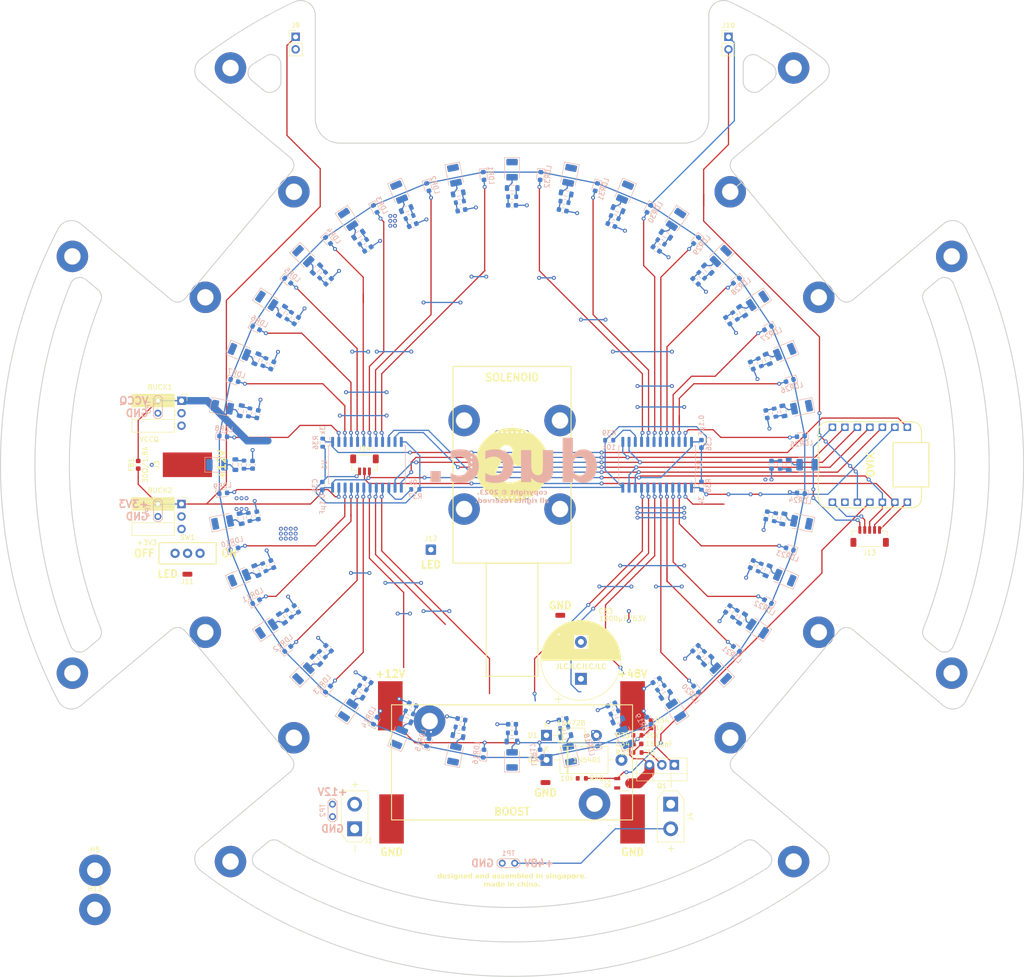
<source format=kicad_pcb>
(kicad_pcb (version 20221018) (generator pcbnew)
  (title_block (title "layer 1 pcb drawing") (date "2024-01-02") (rev "1.1") (company "8076ducc Robotics Competition Team"))
  (layers (0 "F.Cu" signal) (31 "B.Cu" signal) (34 "B.Paste" user) (35 "F.Paste" user) (36 "B.SilkS" user "B.Silkscreen") (37 "F.SilkS" user "F.Silkscreen") (38 "B.Mask" user) (39 "F.Mask" user) (44 "Edge.Cuts" user))
  (net 0 "")
  (net 1 "/LED")
  (net 2 "GND")
  (net 3 "+3V3")
  (net 4 "GNDA")
  (net 5 "/MUX1OUT")
  (net 6 "/MUX2OUT")
  (net 7 "/S0")
  (net 8 "/S1")
  (net 9 "/S3")
  (net 10 "/S2")
  (net 11 "/SOLENOIDON")
  (net 12 "Net-(Q1-S)")
  (net 13 "Net-(D1-K)")
  (net 14 "Net-(D2-A)")
  (net 15 "Net-(L1-Pad2)")
  (net 16 "Net-(C34-Pad1)")
  (net 18 "Net-(LED1-A)")
  (net 19 "/TX")
  (net 20 "/RX")
  (net 21 "Net-(U1-I0)")
  (net 22 "Net-(U1-I1)")
  (net 23 "Net-(U1-I2)")
  (net 24 "Net-(U1-I3)")
  (net 25 "+12V")
  (net 26 "+48V")
  (net 27 "Net-(U1-I4)")
  (net 28 "Net-(U1-I5)")
  (net 29 "Net-(U1-I6)")
  (net 30 "Net-(U1-I7)")
  (net 31 "Net-(U1-I8)")
  (net 32 "Net-(U1-I9)")
  (net 33 "Net-(U1-I10)")
  (net 34 "Net-(U1-I11)")
  (net 35 "Net-(U1-I12)")
  (net 36 "Net-(U1-I13)")
  (net 37 "Net-(U1-I14)")
  (net 38 "Net-(U1-I15)")
  (net 39 "Net-(U2-I0)")
  (net 40 "Net-(U2-I1)")
  (net 41 "Net-(U2-I2)")
  (net 42 "Net-(U2-I3)")
  (net 43 "Net-(U2-I4)")
  (net 44 "Net-(U2-I5)")
  (net 45 "Net-(U2-I6)")
  (net 46 "Net-(U2-I7)")
  (net 47 "Net-(U2-I8)")
  (net 48 "Net-(U2-I9)")
  (net 49 "Net-(U2-I10)")
  (net 50 "Net-(U2-I11)")
  (net 51 "Net-(U2-I12)")
  (net 52 "Net-(U2-I13)")
  (net 53 "Net-(U2-I14)")
  (net 54 "Net-(U2-I15)")
  (net 55 "Net-(Q1-G)")
  (net 56 "Net-(U1-~{E})")
  (net 57 "Net-(U2-~{E})")
  (net 58 "+5V")
  (net 59 "/BALL")
  (net 60 "VCCQ")
  (net 61 "GNDD")
  (net 63 "Net-(LED2-A)")
  (net 64 "Net-(L2-Pad2)")
  (net 65 "Net-(LED3-A)")
  (net 66 "Net-(L3-Pad2)")
  (net 67 "Net-(LED4-A)")
  (net 68 "Net-(L4-Pad2)")
  (net 69 "Net-(LED5-A)")
  (net 70 "Net-(L5-Pad2)")
  (net 71 "Net-(LED6-A)")
  (net 72 "Net-(L6-Pad2)")
  (net 73 "Net-(LED7-A)")
  (net 74 "Net-(L7-Pad2)")
  (net 75 "Net-(LED8-A)")
  (net 76 "Net-(L8-Pad2)")
  (net 77 "Net-(LED9-A)")
  (net 78 "Net-(L9-Pad2)")
  (net 79 "Net-(LED10-A)")
  (net 80 "Net-(L10-Pad2)")
  (net 81 "Net-(LED11-A)")
  (net 82 "Net-(L11-Pad2)")
  (net 83 "Net-(LED12-A)")
  (net 84 "Net-(L12-Pad2)")
  (net 85 "Net-(LED13-A)")
  (net 86 "Net-(L13-Pad2)")
  (net 87 "Net-(LED14-A)")
  (net 88 "Net-(L14-Pad2)")
  (net 89 "Net-(LED15-A)")
  (net 90 "Net-(L15-Pad2)")
  (net 91 "Net-(LED16-A)")
  (net 92 "Net-(L16-Pad2)")
  (net 93 "Net-(LED17-A)")
  (net 94 "Net-(L17-Pad2)")
  (net 95 "Net-(LED18-A)")
  (net 96 "Net-(L18-Pad2)")
  (net 97 "Net-(LED19-A)")
  (net 98 "Net-(L19-Pad2)")
  (net 99 "Net-(LED20-A)")
  (net 100 "Net-(L20-Pad2)")
  (net 101 "Net-(LED21-A)")
  (net 102 "Net-(L21-Pad2)")
  (net 103 "Net-(LED22-A)")
  (net 104 "Net-(L22-Pad2)")
  (net 105 "Net-(LED23-A)")
  (net 106 "Net-(L23-Pad2)")
  (net 107 "Net-(LED24-A)")
  (net 108 "Net-(L24-Pad2)")
  (net 109 "Net-(LED25-A)")
  (net 110 "Net-(L25-Pad2)")
  (net 111 "Net-(LED26-A)")
  (net 112 "Net-(L26-Pad2)")
  (net 113 "Net-(LED27-A)")
  (net 114 "Net-(L27-Pad2)")
  (net 115 "Net-(LED28-A)")
  (net 116 "Net-(L28-Pad2)")
  (net 117 "Net-(LED29-A)")
  (net 118 "Net-(L29-Pad2)")
  (net 119 "Net-(LED30-A)")
  (net 120 "Net-(L30-Pad2)")
  (net 121 "Net-(LED31-A)")
  (net 122 "Net-(L31-Pad2)")
  (net 123 "Net-(LED32-A)")
  (net 124 "Net-(L32-Pad2)")
  (footprint "Capacitor_THT:CP_Radial_D16.0mm_P7.50mm" (layer "F.Cu") (at 119 148.512754 90)
    (fp_text reference "C33")
    (fp_text value "1000µF/63V")
  )
  (footprint "Resistor_SMD:R_0603_1608Metric" (layer "F.Cu") (at 119.175 168.75 180)
    (fp_text reference "R40")
    (fp_text value "10k")
  )
  (footprint "Resistor_SMD:R_0603_1608Metric" (layer "F.Cu") (at 130.5 163.5 180)
    (fp_text reference "R33")
    (fp_text value "20")
  )
  (footprint "Connector_Wire:SolderWirePad_1x01_SMD_5x10mm" (layer "F.Cu") (at 129.5 177)
    (fp_text reference "J8" hide)
    (fp_text value "Conn_01x01_Socket")
  )
  (footprint "MountingHole:MountingHole_3.2mm_M3_Pad" (layer "F.Cu") (at 162.241 24.3338)
    (fp_text reference "H21")
    (fp_text value "MountingHole")
  )
  (footprint "MountingHole:MountingHole_3.2mm_M3_Pad" (layer "F.Cu") (at 167.356 139.047)
    (fp_text reference "H22")
    (fp_text value "MountingHole")
  )
  (footprint "MountingHole:MountingHole_3.2mm_M3_Pad" (layer "F.Cu") (at 15.6195 62.636)
    (fp_text reference "H1")
    (fp_text value "MountingHole")
  )
  (footprint "Diode_THT:D_DO-41_SOD81_P10.16mm_Horizontal" (layer "F.Cu") (at 112 160)
    (fp_text reference "D1")
    (fp_text value "1N4728")
  )
  (footprint "Connector_PinSocket_2.54mm:PinSocket_1x03_P2.54mm_Horizontal" (layer "F.Cu") (at 37.8 91.975)
    (fp_text reference "BUCK1")
    (fp_text value "VCCQ")
  )
  (footprint "Connector_Wire:SolderWirePad_1x01_SMD_5x10mm" (layer "F.Cu") (at 39 105 90)
    (fp_text reference "J3")
    (fp_text value "Conn_01x01_Socket")
  )
  (footprint "Package_TO_SOT_SMD:TSOT-23" (layer "F.Cu") (at 127.69 169.75)
    (fp_text reference "Q2")
    (fp_text value "MOSFET-NCH-AO3404A")
  )
  (footprint "MountingHole:MountingHole_3.2mm_M3_Pad" (layer "F.Cu") (at 114.75 114)
    (fp_text reference "H12")
    (fp_text value "MountingHole")
  )
  (footprint "MountingHole:MountingHole_3.2mm_M3_Pad" (layer "F.Cu") (at 149.358 160.496)
    (fp_text reference "H6")
    (fp_text value "MountingHole")
  )
  (footprint "MountingHole:MountingHole_3.2mm_M3_Pad" (layer "F.Cu") (at 60.6425 49.5039)
    (fp_text reference "H9")
    (fp_text value "MountingHole")
  )
  (footprint "Capacitor_SMD:C_0603_1608Metric" (layer "F.Cu") (at 29 105 90)
    (fp_text reference "FB1")
    (fp_text value "30Ω/1.8A")
  )
  (footprint "MountingHole:MountingHole_3.2mm_M3_Pad" (layer "F.Cu") (at 47.7589 185.666)
    (fp_text reference "H14")
    (fp_text value "MountingHole")
  )
  (footprint "MountingHole:MountingHole_3.2mm_M3_Pad" (layer "F.Cu") (at 88.236 157.118)
    (fp_text reference "H23")
    (fp_text value "MountingHole")
  )
  (footprint "Connector_Wire:SolderWirePad_1x01_SMD_1x2mm" (layer "F.Cu") (at 111.8 169.6 90)
    (fp_text reference "J15" hide)
    (fp_text value "Conn_01x01_Socket")
  )
  (footprint "MountingHole:MountingHole_3.2mm_M3_Pad" (layer "F.Cu") (at 42.6444 139.047)
    (fp_text reference "H11")
    (fp_text value "MountingHole")
  )
  (footprint "MountingHole:MountingHole_3.2mm_M3_Pad" (layer "F.Cu") (at 95.25 96)
    (fp_text reference "H8")
    (fp_text value "MountingHole")
  )
  (footprint "MountingHole:MountingHole_3.2mm_M3_Pad" (layer "F.Cu") (at 149.358 49.5039)
    (fp_text reference "H18")
    (fp_text value "MountingHole")
  )
  (footprint "MountingHole:MountingHole_3.2mm_M3_Pad" (layer "F.Cu") (at 194.381 62.636)
    (fp_text reference "H2")
    (fp_text value "MountingHole")
  )
  (footprint "MountingHole:MountingHole_3.2mm_M3_Pad" (layer "F.Cu") (at 95.25 114)
    (fp_text reference "H17")
    (fp_text value "MountingHole")
  )
  (footprint "LOGO" (layer "F.Cu") (at 105 105)
    (fp_text reference "G***" hide)
    (fp_text value "LOGO" hide)
  )
  (footprint "MountingHole:MountingHole_3.2mm_M3_Pad" (layer "F.Cu") (at 162.241 185.666)
    (fp_text reference "H4")
    (fp_text value "MountingHole")
  )
  (footprint "MountingHole:MountingHole_3.2mm_M3_Pad" (layer "F.Cu") (at 121.764 173.882)
    (fp_text reference "H24")
    (fp_text value "MountingHole")
  )
  (footprint "Connector_PinSocket_2.54mm:PinSocket_1x03_P2.54mm_Horizontal" (layer "F.Cu") (at 37.8 112.975)
    (fp_text reference "BUCK2")
    (fp_text value "+3V3")
  )
  (footprint "libraries:xiao-esp32c3" (layer "F.Cu") (at 177.75 105 -90)
    (fp_text reference "U3" hide)
    (fp_text value "MOUDLE-SEEEDUINO-XIAO-ESP32C3" hide)
  )
  (footprint "Connector_JST:JST_SH_BM03B-SRSS-TB_1x03-1MP_P1.00mm_Vertical" (layer "F.Cu") (at 75 105)
    (fp_text reference "J14")
    (fp_text value "SH1.0 3P")
  )
  (footprint "MountingHole:MountingHole_3.2mm_M3_Pad" (layer "F.Cu") (at 60.6425 160.496)
    (fp_text reference "H3")
    (fp_text value "MountingHole")
  )
  (footprint "Connector_JST:JST_SH_BM05B-SRSS-TB_1x05-1MP_P1.00mm_Vertical" (layer "F.Cu") (at 177.7 119.575 180)
    (fp_text reference "J13")
    (fp_text value "SH1.0 5P")
  )
  (footprint "Connector_Wire:SolderWirePad_1x01_SMD_5x10mm" (layer "F.Cu") (at 129.5 154)
    (fp_text reference "J7" hide)
    (fp_text value "Conn_01x01_Socket")
  )
  (footprint "MountingHole:MountingHole_3.2mm_M3_Pad" (layer "F.Cu") (at 20.2 195.4)
    (fp_text reference "H13")
    (fp_text value "MountingHole")
  )
  (footprint "MountingHole:MountingHole_3.2mm_M3_Pad" (layer "F.Cu") (at 42.6444 70.9532)
    (fp_text reference "H16")
    (fp_text value "MountingHole")
  )
  (footprint "Connector_Wire:SolderWirePad_1x01_SMD_1x2mm" (layer "F.Cu") (at 39 127.25 90)
    (fp_text reference "J11")
    (fp_text value "Conn_01x01_Socket")
  )
  (footprint "Connector_Wire:SolderWirePad_1x01_SMD_5x10mm" (layer "F.Cu") (at 80.25 154)
    (fp_text reference "J5" hide)
    (fp_text value "Conn_01x01_Socket")
  )
  (footprint "Connector_AMASS:AMASS_XT30UPB-F_1x02_P5.0mm_Vertical" (layer "F.Cu") (at 137.25 174 -90)
    (fp_text reference "J4")
    (fp_text value "XT30PW-F")
  )
  (footprint "MountingHole:MountingHole_3.2mm_M3_Pad" (layer "F.Cu") (at 47.7589 24.3338)
    (fp_text reference "H10")
    (fp_text value "MountingHole")
  )
  (footprint "LOGO" (layer "F.Cu") (at 105 97)
    (fp_text reference "G***" hide)
    (fp_text value "LOGO" hide)
  )
  (footprint "Capacitor_SMD:C_0603_1608Metric" (layer "F.Cu") (at 130.5 161.75 180)
    (fp_text reference "C34")
    (fp_text value "1500pF")
  )
  (footprint "Resistor_SMD:R_0603_1608Metric" (layer "F.Cu") (at 133.25 157.75 90)
    (fp_text reference "R34")
    (fp_text value "1k")
  )
  (footprint "Connector_AMASS:AMASS_XT30UPB-F_1x02_P5.0mm_Vertical" (layer "F.Cu") (at 73 179 90)
    (fp_text reference "J1")
    (fp_text value "XT30-F")
  )
  (footprint "Package_TO_SOT_THT:TO-220-3_Vertical" (layer "F.Cu") (at 138 166 180)
    (fp_text reference "Q1")
    (fp_text value "MOSFET-NCH-FQP30N06L")
  )
  (footprint "MountingHole:MountingHole_3.2mm_M3_Pad" (layer "F.Cu") (at 194.381 147.364)
    (fp_text reference "H19")
    (fp_text value "MountingHole")
  )
  (footprint "Connector_Wire:SolderWire-0.5sqmm_1x01_D0.9mm_OD2.1mm" (layer "F.Cu") (at 88.5 122.25)
    (fp_text reference "J12")
    (fp_text value "Conn_01x01_Socket")
  )
  (footprint "Resistor_SMD:R_0603_1608Metric" (layer "F.Cu") (at 130.5 160 180)
    (fp_text reference "R35")
    (fp_text value "10k")
  )
  (footprint "MountingHole:MountingHole_3.2mm_M3_Pad" (layer "F.Cu") (at 167.356 70.9532)
    (fp_text reference "H15")
    (fp_text value "MountingHole")
  )
  (footprint "Connector_PinHeader_2.54mm:PinHeader_1x02_P2.54mm_Vertical" (layer "F.Cu") (at 61 18)
    (fp_text reference "J9")
    (fp_text value "Conn_01x02_Pin")
  )
  (footprint "MountingHole:MountingHole_3.2mm_M3_Pad" (layer "F.Cu") (at 15.6195 147.364)
    (fp_text reference "H20")
    (fp_text value "MountingHole")
  )
  (footprint "Diode_THT:D_DO-27_P15.24mm_Horizontal" (layer "F.Cu") (at 112 165)
    (fp_text reference "D2")
    (fp_text value "1N5401")
  )
  (footprint "Connector_Wire:SolderWirePad_1x01_SMD_5x10mm" (layer "F.Cu") (at 80.5 177)
    (fp_text reference "J6" hide)
    (fp_text value "Conn_01x01_Socket")
  )
  (footprint "Connector_Wire:SolderWirePad_1x01_SMD_1x2mm" (layer "F.Cu") (at 114.8 135.6 90)
    (fp_text reference "J2" hide)
    (fp_text value "Conn_01x01_Socket")
  )
  (footprint "MountingHole:MountingHole_3.2mm_M3_Pad" (layer "F.Cu") (at 20.2 187.45)
    (fp_text reference "H5")
    (fp_text value "MountingHole")
  )
  (footprint "Switches:SWITCH_SPDT_PTH_11.6X4.0MM" (layer "F.Cu") (at 39.0322 123 -90)
    (fp_text reference "SW1")
    (fp_text value "SW_SPDT")
  )
  (footprint "Connector_PinHeader_2.54mm:PinHeader_1x02_P2.54mm_Vertical" (layer "F.Cu") (at 149 18)
    (fp_text reference "J10")
    (fp_text value "Conn_01x02_Pin")
  )
  (footprint "MountingHole:MountingHole_3.2mm_M3_Pad" (layer "F.Cu") (at 114.75 96)
    (fp_text reference "H7")
    (fp_text value "MountingHole")
  )
  (footprint "Capacitor_SMD:C_0603_1608Metric" (layer "B.Cu") (at 142.299883 67.700117 -45)
    (fp_text reference "C29" hide)
    (fp_text value "1uF" hide)
  )
  (footprint "Resistor_SMD:R_0603_1608Metric" (layer "B.Cu") (at 159.5 105.025 -90)
    (fp_text reference "R25" hide)
    (fp_text value "0R39" hide)
  )
  (footprint "Capacitor_SMD:C_0603_1608Metric" (layer "B.Cu") (at 143.5 100.75 -90)
    (fp_text reference "C36")
    (fp_text value "0.1μF")
  )
  (footprint "Resistor_SMD:R_0603_1608Metric" (layer "B.Cu") (at 158.447921 115.656942 -101.25)
    (fp_text reference "R24" hide)
    (fp_text value "0R39" hide)
  )
  (footprint "Resistor_SMD:R_0603_1608Metric" (layer "B.Cu") (at 125.879344 54.658133 -22.5)
    (fp_text reference "R31" hide)
    (fp_text value "0R39" hide)
  )
  (footprint "Resistor_SMD:R_0603_1608Metric" (layer "B.Cu") (at 155.341867 125.879344 -112.5)
    (fp_text reference "R23" hide)
    (fp_text value "0R39" hide)
  )
  (footprint "Inductor_SMD:L_0805_2012Metric" (layer "B.Cu") (at 53.022209 126.502846 112.5)
    (fp_text reference "L11" hide)
    (fp_text value "10µH" hide)
  )
  (footprint "Diode_SMD:D_0603_1608Metric" (layer "B.Cu") (at 132.812573 157.033338 118.125)
    (fp_text reference "LDR19")
    (fp_text value "ALS-PT19-315C" hide)
  )
  (footprint "Capacitor_Tantalum_SMD:CP_EIA-3528-12_Kemet-T" (layer "B.Cu") (at 163.847117 93.294581 -168.75)
    (fp_text reference "LED26" hide)
    (fp_text value "WHITE 3528" hide)
  )
  (footprint "Resistor_SMD:R_0603_1608Metric" (layer "B.Cu") (at 66.5 100.5 -90)
    (fp_text reference "R36")
    (fp_text value "3k")
  )
  (footprint "Resistor_SMD:R_0603_1608Metric" (layer "B.Cu") (at 104.975 159.5 180)
    (fp_text reference "R17" hide)
    (fp_text value "0R39" hide)
  )
  (footprint "Resistor_SMD:R_0603_1608Metric" (layer "B.Cu") (at 84.16685 54.638998 22.5)
    (fp_text reference "R3" hide)
    (fp_text value "0R39" hide)
  )
  (footprint "Diode_SMD:D_0603_1608Metric" (layer "B.Cu") (at 87.873038 48.540504 -73.125)
    (fp_text reference "LDR2")
    (fp_text value "ALS-PT19-315C" hide)
  )
  (footprint "Capacitor_SMD:C_0603_1608Metric" (layer "B.Cu") (at 67.700117 67.700117 45)
    (fp_text reference "C5" hide)
    (fp_text value "1uF" hide)
  )
  (footprint "Inductor_SMD:L_0805_2012Metric" (layer "B.Cu") (at 83.45096 156.958657 157.5)
    (fp_text reference "L15" hide)
    (fp_text value "10µH" hide)
  )
  (footprint "Capacitor_SMD:C_0603_1608Metric" (layer "B.Cu") (at 125.186551 56.265355 -22.5)
    (fp_text reference "C31" hide)
    (fp_text value "1uF" hide)
  )
  (footprint "Inductor_SMD:L_0805_2012Metric" (layer "B.Cu") (at 58.215945 136.230039 123.75)
    (fp_text reference "L12" hide)
    (fp_text value "10µH" hide)
  )
  (footprint "Inductor_SMD:L_0805_2012Metric" (layer "B.Cu") (at 144.792434 65.242921 -45)
    (fp_text reference "L29" hide)
    (fp_text value "10µH" hide)
  )
  (footprint "Capacitor_Tantalum_SMD:CP_EIA-3528-12_Kemet-T" (layer "B.Cu") (at 71.665786 55.111823 -56.25)
    (fp_text reference "LED4" hide)
    (fp_text value "WHITE 3528" hide)
  )
  (footprint "Diode_SMD:D_0603_1608Metric" (layer "B.Cu") (at 48.540415 87.873333 -16.875)
    (fp_text reference "LDR7")
    (fp_text value "ALS-PT19-315C" hide)
  )
  (footprint "Capacitor_Tantalum_SMD:CP_EIA-3528-12_Kemet-T" (layer "B.Cu") (at 55.111823 138.334214 33.75)
    (fp_text reference "LED12" hide)
    (fp_text value "WHITE 3528" hide)
  )
  (footprint "Resistor_SMD:R_0603_1608Metric" (layer "B.Cu") (at 115.607903 158.457675 -168.75)
    (fp_text reference "R18" hide)
    (fp_text value "0R39" hide)
  )
  (footprint "Capacitor_Tantalum_SMD:CP_EIA-3528-12_Kemet-T" (layer "B.Cu") (at 49.567228 127.961006 22.5)
    (fp_text reference "LED11" hide)
    (fp_text value "WHITE 3528" hide)
  )
  (footprint "Capacitor_Tantalum_SMD:CP_EIA-3528-12_Kemet-T" (layer "B.Cu") (at 62.573593 147.426407 45)
    (fp_text reference "LED13" hide)
    (fp_text value "WHITE 3528" hide)
  )
  (footprint "Resistor_SMD:R_0603_1608Metric" (layer "B.Cu") (at 74.742209 59.671017 33.75)
    (fp_text reference "R4" hide)
    (fp_text value "0R39" hide)
  )
  (footprint "Inductor_SMD:L_0805_2012Metric" (layer "B.Cu") (at 48.75 104.975 90)
    (fp_text reference "L9" hide)
    (fp_text value "10µH" hide)
  )
  (footprint "Capacitor_SMD:C_0603_1608Metric" (layer "B.Cu") (at 56.265355 84.813449 67.5)
    (fp_text reference "C7" hide)
    (fp_text value "1uF" hide)
  )
  (footprint "Resistor_SMD:R_0603_1608Metric" (layer "B.Cu") (at 54.638998 125.83315 112.5)
    (fp_text reference "R11" hide)
    (fp_text value "0R39" hide)
  )
  (footprint "Resistor_SMD:R_0603_1608Metric" (layer "B.Cu") (at 135.257791 150.328983 -146.25)
    (fp_text reference "R20" hide)
    (fp_text value "0R39" hide)
  )
  (footprint "Capacitor_SMD:C_0603_1608Metric" (layer "B.Cu") (at 94.708986 53.263576 11.25)
    (fp_text reference "C2" hide)
    (fp_text value "1uF" hide)
  )
  (footprint "Inductor_SMD:L_0805_2012Metric" (layer "B.Cu") (at 49.825951 115.949311 101.25)
    (fp_text reference "L10" hide)
    (fp_text value "10µH" hide)
  )
  (footprint "Capacitor_Tantalum_SMD:CP_EIA-3528-12_Kemet-T" (layer "B.Cu") (at 71.665786 154.888177 56.25)
    (fp_text reference "LED14" hide)
    (fp_text value "WHITE 3528" hide)
  )
  (footprint "Capacitor_SMD:C_0603_1608Metric" (layer "B.Cu") (at 153.734645 84.813449 -67.5)
    (fp_text reference "C27" hide)
    (fp_text value "1uF" hide)
  )
  (footprint "Diode_SMD:D_0603_1608Metric" (layer "B.Cu") (at 161.459585 122.126667 163.125)
    (fp_text reference "LDR23")
    (fp_text value "ALS-PT19-315C" hide)
  )
  (footprint "Diode_SMD:D_0603_1608Metric" (layer "B.Cu") (at 67.570875 150.607764 50.625)
    (fp_text reference "LDR13")
    (fp_text value "ALS-PT19-315C" hide)
  )
  (footprint "Resistor_SMD:R_0603_1608Metric" (layer "B.Cu") (at 85.325 110)
    (fp_text reference "R37")
    (fp_text value "10k")
  )
  (footprint "Capacitor_SMD:C_0603_1608Metric" (layer "B.Cu") (at 156.736424 115.291014 -101.25)
    (fp_text reference "C24" hide)
    (fp_text value "1uF" hide)
  )
  (footprint "Resistor_SMD:R_0603_1608Metric" (layer "B.Cu") (at 125.83315 155.361002 -157.5)
    (fp_text reference "R19" hide)
    (fp_text value "0R39" hide)
  )
  (footprint "Capacitor_SMD:C_0603_1608Metric" (layer "B.Cu") (at 67.700117 142.299883 135)
    (fp_text reference "C13" hide)
    (fp_text value "1uF" hide)
  )
  (footprint "Capacitor_Tantalum_SMD:CP_EIA-3528-12_Kemet-T" (layer "B.Cu") (at 160.432772 127.961006 157.5)
    (fp_text reference "LED23" hide)
    (fp_text value "WHITE 3528" hide)
  )
  (footprint "Capacitor_SMD:C_0603_1608Metric" (layer "B.Cu") (at 115.291014 53.263576 -11.25)
    (fp_text reference "C32" hide)
    (fp_text value "1uF" hide)
  )
  (footprint "Capacitor_Tantalum_SMD:CP_EIA-3528-12_Kemet-T" (layer "B.Cu") (at 46.152883 116.705419 11.25)
    (fp_text reference "LED10" hide)
    (fp_text value "WHITE 3528" hide)
  )
  (footprint "Inductor_SMD:L_0805_2012Metric" (layer "B.Cu") (at 144.757079 144.792434 -135)
    (fp_text reference "L21" hide)
    (fp_text value "10µH" hide)
  )
  (footprint "Inductor_SMD:L_0805_2012Metric" (layer "B.Cu") (at 65.207566 144.757079 135)
    (fp_text reference "L13" hide)
    (fp_text value "10µH" hide)
  )
  (footprint "Capacitor_SMD:C_0603_1608Metric" (layer "B.Cu") (at 84.813449 153.734645 157.5)
    (fp_text reference "C15" hide)
    (fp_text value "1uF" hide)
  )
  (footprint "Capacitor_SMD:C_0603_1608Metric" (layer "B.Cu") (at 53.263576 94.708986 78.75)
    (fp_text reference "C8" hide)
    (fp_text value "1uF" hide)
  )
  (footprint "Capacitor_SMD:C_0603_1608Metric" (layer "B.Cu") (at 105 52.25)
    (fp_text reference "C1" hide)
    (fp_text value "1uF" hide)
  )
  (footprint "Diode_SMD:D_0603_1608Metric" (layer "B.Cu") (at 150.607568 67.570637 -140.625)
    (fp_text reference "LDR28")
    (fp_text value "ALS-PT19-315C" hide)
  )
  (footprint "Resistor_SMD:R_0603_1608Metric" (layer "B.Cu") (at 94.343058 158.447921 168.75)
    (fp_text reference "R16" hide)
    (fp_text value "0R39" hide)
  )
  (footprint "Capacitor_Tantalum_SMD:CP_EIA-3528-12_Kemet-T" (layer "B.Cu") (at 116.705419 163.847117 101.25)
    (fp_text reference "LED18" hide)
    (fp_text value "WHITE 3528" hide)
  )
  (footprint "Resistor_SMD:R_0603_1608Metric" (layer "B.Cu") (at 59.698795 74.700636 56.25)
    (fp_text reference "R6" hide)
    (fp_text value "0R39" hide)
  )
  (footprint "Resistor_SMD:R_0603_1608Metric" (layer "B.Cu") (at 115.656942 51.552079 -11.25)
    (fp_text reference "R32" hide)
    (fp_text value "0R39" hide)
  )
  (footprint "Diode_SMD:D_0603_1608Metric" (layer "B.Cu") (at 46.284023 99.217136 -5.625)
    (fp_text reference "LDR8")
    (fp_text value "ALS-PT19-315C" hide)
  )
  (footprint "Diode_SMD:D_0603_1608Metric" (layer "B.Cu") (at 59.392236 67.570875 -39.375)
    (fp_text reference "LDR5")
    (fp_text value "ALS-PT19-315C" hide)
  )
  (footprint "TestPoint:TestPoint_2Pads_Pitch2.54mm_Drill0.8mm" (layer "B.Cu") (at 33 91.975 -90)
    (fp_text reference "TP3")
    (fp_text value "TestPoint_2Pole")
  )
  (footprint "Diode_SMD:D_0603_1608Metric" (layer "B.Cu") (at 132.812301 52.966517 -118.125)
    (fp_text reference "LDR30")
    (fp_text value "ALS-PT19-315C" hide)
  )
  (footprint "Capacitor_SMD:C_0603_1608Metric" (layer "B.Cu") (at 61.139978 134.30633 123.75)
    (fp_text reference "C12" hide)
    (fp_text value "1uF" hide)
  )
  (footprint "Diode_SMD:D_0603_1608Metric" (layer "B.Cu") (at 142.429363 150.607568 129.375)
    (fp_text reference "LDR20")
    (fp_text value "ALS-PT19-315C" hide)
  )
  (footprint "Diode_SMD:D_0603_1608Metric" (layer "B.Cu") (at 77.187699 157.033483 61.875)
    (fp_text reference "LDR14")
    (fp_text value "ALS-PT19-315C" hide)
  )
  (footprint "Capacitor_Tantalum_SMD:CP_EIA-3528-12_Kemet-T" (layer "B.Cu") (at 154.888177 71.665786 -146.25)
    (fp_text reference "LED28" hide)
    (fp_text value "WHITE 3528" hide)
  )
  (footprint "Inductor_SMD:L_0805_2012Metric" (layer "B.Cu") (at 83.497154 53.022209 22.5)
    (fp_text reference "L3" hide)
    (fp_text value "10µH" hide)
  )
  (footprint "Capacitor_SMD:C_0603_1608Metric" (layer "B.Cu") (at 66.425 109.275 90)
    (fp_text reference "C35")
    (fp_text value "0.1μF")
  )
  (footprint "Diode_SMD:D_0603_1608Metric" (layer "B.Cu") (at 52.966662 132.812573 28.125)
    (fp_text reference "LDR11")
    (fp_text value "ALS-PT19-315C" hide)
  )
  (footprint "Capacitor_SMD:C_0603_1608Metric" (layer "B.Cu") (at 142.299883 142.299883 -135)
    (fp_text reference "C21" hide)
    (fp_text value "1uF" hide)
  )
  (footprint "Resistor_SMD:R_0603_1608Metric" (layer "B.Cu") (at 135.299364 59.698795 -33.75)
    (fp_text reference "R30" hide)
    (fp_text value "0R39" hide)
  )
  (footprint "Resistor_SMD:R_0603_1608Metric" (layer "B.Cu") (at 105.025 50.5)
    (fp_text reference "R1" hide)
    (fp_text value "0R39" hide)
  )
  (footprint "Diode_SMD:D_0603_1608Metric" (layer "B.Cu") (at 46.284053 110.783171 5.625)
    (fp_text reference "LDR9")
    (fp_text value "ALS-PT19-315C" hide)
  )
  (footprint "Inductor_SMD:L_0805_2012Metric" (layer "B.Cu") (at 49.835705 94.00165 78.75)
    (fp_text reference "L8" hide)
    (fp_text value "10µH" hide)
  )
  (footprint "Resistor_SMD:R_0603_1608Metric" (layer "B.Cu") (at 143.554997 66.480358 -45)
    (fp_text reference "R29" hide)
    (fp_text value "0R39" hide)
  )
  (footprint "Inductor_SMD:L_0805_2012Metric" (layer "B.Cu") (at 156.977791 83.497154 -67.5)
    (fp_text reference "L27" hide)
    (fp_text value "10µH" hide)
  )
  (footprint "Resistor_SMD:R_0603_1608Metric" (layer "B.Cu") (at 155.361002 84.16685 -67.5)
    (fp_text reference "R27" hide)
    (fp_text value "0R39" hide)
  )
  (footprint "Capacitor_Tantalum_SMD:CP_EIA-3528-12_Kemet-T" (layer "B.Cu") (at 105 165 90)
    (fp_text reference "LED17" hide)
    (fp_text value "WHITE 3528" hide)
  )
  (footprint "Resistor_SMD:R_0603_1608Metric" (layer "B.Cu") (at 143.519642 143.554997 -135)
    (fp_text reference "R21" hide)
    (fp_text value "0R39" hide)
  )
  (footprint "Resistor_SMD:R_0603_1608Metric" (layer "B.Cu") (at 74.700636 150.301205 146.25)
    (fp_text reference "R14" hide)
    (fp_text value "0R39" hide)
  )
  (footprint "Inductor_SMD:L_0805_2012Metric" (layer "B.Cu") (at 151.756276 136.271612 -123.75)
    (fp_text reference "L22" hide)
    (fp_text value "10µH" hide)
  )
  (footprint "Resistor_SMD:R_0603_1608Metric" (layer "B.Cu") (at 66.480358 66.445003 45)
    (fp_text reference "R5" hide)
    (fp_text value "0R39" hide)
  )
  (footprint "Capacitor_SMD:C_0603_1608Metric" (layer "B.Cu") (at 84.813449 56.265355 22.5)
    (fp_text reference "C3" hide)
    (fp_text value "1uF" hide)
  )
  (footprint "Diode_SMD:D_0603_1608Metric" (layer "B.Cu") (at 52.966517 77.187699 -28.125)
    (fp_text reference "LDR6")
    (fp_text value "ALS-PT19-315C" hide)
  )
  (footprint "Capacitor_SMD:C_0603_1608Metric" (layer "B.Cu") (at 105 157.75 180)
    (fp_text reference "C17" hide)
    (fp_text value "1uF" hide)
  )
  (footprint "Inductor_SMD:L_0805_2012Metric" (layer "B.Cu") (at 115.99835 49.835705 -11.25)
    (fp_text reference "L32" hide)
    (fp_text value "10µH" hide)
  )
  (footprint "Inductor_SMD:L_0805_2012Metric" (layer "B.Cu") (at 126.54904 53.041343 -22.5)
    (fp_text reference "L31" hide)
    (fp_text value "10µH" hide)
  )
  (footprint "Diode_SMD:D_0603_1608Metric" (layer "B.Cu") (at 142.429125 59.392236 -129.375)
    (fp_text reference "LDR29")
    (fp_text value "ALS-PT19-315C" hide)
  )
  (footprint "Capacitor_SMD:C_0603_1608Metric" (layer "B.Cu") (at 61.139978 75.69367 56.25)
    (fp_text reference "C6" hide)
    (fp_text value "1uF" hide)
  )
  (footprint "Inductor_SMD:L_0805_2012Metric" (layer "B.Cu") (at 53.041343 83.45096 67.5)
    (fp_text reference "L7" hide)
    (fp_text value "10µH" hide)
  )
  (footprint "Diode_SMD:D_0603_1608Metric" (layer "B.Cu") (at 150.607764 142.429125 140.625)
    (fp_text reference "LDR21")
    (fp_text value "ALS-PT19-315C" hide)
  )
  (footprint "Resistor_SMD:R_0603_1608Metric" (layer "B.Cu") (at 59.671017 135.257791 123.75)
    (fp_text reference "R12" hide)
    (fp_text value "0R39" hide)
  )
  (footprint "Capacitor_Tantalum_SMD:CP_EIA-3528-12_Kemet-T" (layer "B.Cu") (at 93.294581 46.152883 -78.75)
    (fp_text reference "LED2" hide)
    (fp_text value "WHITE 3528" hide)
  )
  (footprint "Capacitor_SMD:C_0603_1608Metric" (layer "B.Cu") (at 53.263576 115.291014 101.25)
    (fp_text reference "C10" hide)
    (fp_text value "1uF" hide)
  )
  (footprint "Inductor_SMD:L_0805_2012Metric" (layer "B.Cu") (at 160.164295 115.99835 -101.25)
    (fp_text reference "L24" hide)
    (fp_text value "10µH" hide)
  )
  (footprint "Capacitor_Tantalum_SMD:CP_EIA-3528-12_Kemet-T" (layer "B.Cu") (at 46.152883 93.294581 -11.25)
    (fp_text reference "LED8" hide)
    (fp_text value "WHITE 3528" hide)
  )
  (footprint "Capacitor_Tantalum_SMD:CP_EIA-3528-12_Kemet-T" (layer "B.Cu") (at 105 45 -90)
    (fp_text reference "LED1" hide)
    (fp_text value "WHITE 3528" hide)
  )
  (footprint "Capacitor_Tantalum_SMD:CP_EIA-3528-12_Kemet-T" (layer "B.Cu") (at 165 105 180)
    (fp_text reference "LED25" hide)
    (fp_text value "WHITE 3528" hide)
  )
  (footprint "Inductor_SMD:L_0805_2012Metric" (layer "B.Cu") (at 136.230039 151.784055 -146.25)
    (fp_text reference "L20" hide)
    (fp_text value "10µH" hide)
  )
  (footprint "Resistor_SMD:R_0603_1608Metric" (layer "B.Cu") (at 150.328983 74.742209 -56.25)
    (fp_text reference "R28" hide)
    (fp_text value "0R39" hide)
  )
  (footprint "Resistor_SMD:R_0603_1608Metric" (layer "B.Cu") (at 51.552079 94.343058 78.75)
    (fp_text reference "R8" hide)
    (fp_text value "0R39" hide)
  )
  (footprint "Capacitor_SMD:C_0603_1608Metric" (layer "B.Cu") (at 125.186551 153.734645 -157.5)
    (fp_text reference "C19" hide)
    (fp_text value "1uF" hide)
  )
  (footprint "Capacitor_Tantalum_SMD:CP_EIA-3528-12_Kemet-T" (layer "B.Cu") (at 163.847117 116.705419 168.75)
    (fp_text reference "LED24" hide)
    (fp_text value "WHITE 3528" hide)
  )
  (footprint "Capacitor_Tantalum_SMD:CP_EIA-3528-12_Kemet-T" (layer "B.Cu") (at 127.961006 160.432772 112.5)
    (fp_text reference "LED19" hide)
    (fp_text value "WHITE 3528" hide)
  )
  (footprint "Inductor_SMD:L_0805_2012Metric" (layer "B.Cu") (at 73.728388 151.756276 146.25)
    (fp_text reference "L14" hide)
    (fp_text value "10µH" hide)
  )
  (footprint "Capacitor_Tantalum_SMD:CP_EIA-3528-12_Kemet-T" (layer "B.Cu") (at 62.573593 62.573593 -45)
    (fp_text reference "LED5" hide)
    (fp_text value "WHITE 3528" hide)
  )
  (footprint "Capacitor_Tantalum_SMD:CP_EIA-3528-12_Kemet-T" (layer "B.Cu") (at 154.888177 138.334214 146.25)
    (fp_text reference "LED22" hide)
    (fp_text value "WHITE 3528" hide)
  )
  (footprint "Resistor_SMD:R_0603_1608Metric" (layer "B.Cu") (at 84.120656 155.341867 157.5)
    (fp_text reference "R15" hide)
    (fp_text value "0R39" hide)
  )
  (footprint "Capacitor_SMD:C_0603_1608Metric" (layer "B.Cu") (at 156.736424 94.708986 -78.75)
    (fp_text reference "C26" hide)
    (fp_text value "1uF" hide)
  )
  (footprint "Diode_SMD:D_0603_1608Metric" (layer "B.Cu") (at 122.126667 48.540415 -106.875)
    (fp_text reference "LDR31")
    (fp_text value "ALS-PT19-315C" hide)
  )
  (footprint "Resistor_SMD:R_0603_1608Metric" (layer "B.Cu") (at 94.392097 51.542325 11.25)
    (fp_text reference "R2" hide)
    (fp_text value "0R39" hide)
  )
  (footprint "Resistor_SMD:R_0603_1608Metric" (layer "B.Cu") (at 66.445003 143.519642 135)
    (fp_text reference "R13" hide)
    (fp_text value "0R39" hide)
  )
  (footprint "Capacitor_SMD:C_0603_1608Metric" (layer "B.Cu") (at 75.69367 148.860022 146.25)
    (fp_text reference "C14" hide)
    (fp_text value "1uF" hide)
  )
  (footprint "Diode_SMD:D_0603_1608Metric" (layer "B.Cu") (at 157.033483 132.812301 151.875)
    (fp_text reference "LDR22")
    (fp_text value "ALS-PT19-315C" hide)
  )
  (footprint "Resistor_SMD:R_0603_1608Metric" (layer "B.Cu") (at 158.457675 94.392097 -78.75)
    (fp_text reference "R26" hide)
    (fp_text value "0R39" hide)
  )
  (footprint "Capacitor_SMD:C_0603_1608Metric" (layer "B.Cu") (at 52.25 105 90)
    (fp_text reference "C9" hide)
    (fp_text value "1uF" hide)
  )
  (footprint "Diode_SMD:D_0603_1608Metric" (layer "B.Cu") (at 163.715947 99.216829 -174.375)
    (fp_text reference "LDR25")
    (fp_text value "ALS-PT19-315C" hide)
  )
  (footprint "Inductor_SMD:L_0805_2012Metric" (layer "B.Cu") (at 126.502846 156.977791 -157.5)
    (fp_text reference "L19" hide)
    (fp_text value "10µH" hide)
  )
  (footprint "Capacitor_Tantalum_SMD:CP_EIA-3528-12_Kemet-T" (layer "B.Cu") (at 93.294581 163.847117 78.75)
    (fp_text reference "LED16" hide)
    (fp_text value "WHITE 3528" hide)
  )
  (footprint "Diode_SMD:D_0603_1608Metric" (layer "B.Cu") (at 87.873333 161.459585 73.125)
    (fp_text reference "LDR15")
    (fp_text value "ALS-PT19-315C" hide)
  )
  (footprint "Capacitor_Tantalum_SMD:CP_EIA-3528-12_Kemet-T" (layer "B.Cu") (at 55.111823 71.665786 -33.75)
    (fp_text reference "LED6" hide)
    (fp_text value "WHITE 3528" hide)
  )
  (footprint "Capacitor_SMD:C_0603_1608Metric" (layer "B.Cu") (at 75.69367 61.139978 33.75)
    (fp_text reference "C4" hide)
    (fp_text value "1uF" hide)
  )
  (footprint "Capacitor_SMD:C_0603_1608Metric" (layer "B.Cu") (at 94.708986 156.736424 168.75)
    (fp_text reference "C16" hide)
    (fp_text value "1uF" hide)
  )
  (footprint "TestPoint:TestPoint_2Pads_Pitch2.54mm_Drill0.8mm" (layer "B.Cu") (at 33 112.975 -90)
    (fp_text reference "TP4")
    (fp_text value "TestPoint_2Pole")
  )
  (footprint "Diode_SMD:D_0603_1608Metric" (layer "B.Cu") (at 77.187427 52.966662 -61.875)
    (fp_text reference "LDR3")
    (fp_text value "ALS-PT19-315C" hide)
  )
  (footprint "Inductor_SMD:L_0805_2012Metric" (layer "B.Cu") (at 161.25 105.025 -90)
    (fp_text reference "L25" hide)
    (fp_text value "10µH" hide)
  )
  (footprint "Diode_SMD:D_0603_1608Metric" (layer "B.Cu") (at 48.540504 122.126962 16.875)
    (fp_text reference "LDR10")
    (fp_text value "ALS-PT19-315C" hide)
  )
  (footprint "Diode_SMD:D_0603_1608Metric" (layer "B.Cu") (at 59.392432 142.429363 39.375)
    (fp_text reference "LDR12")
    (fp_text value "ALS-PT19-315C" hide)
  )
  (footprint "Capacitor_Tantalum_SMD:CP_EIA-3528-12_Kemet-T" (layer "B.Cu") (at 147.426407 62.573593 -135)
    (fp_text reference "LED29" hide)
    (fp_text value "WHITE 3528" hide)
  )
  (footprint "Diode_SMD:D_0603_1608Metric" (layer "B.Cu") (at 122.126962 161.459496 106.875)
    (fp_text reference "LDR18")
    (fp_text value "ALS-PT19-315C" hide)
  )
  (footprint "Capacitor_Tantalum_SMD:CP_EIA-3528-12_Kemet-T" (layer "B.Cu") (at 138.334214 154.888177 123.75)
    (fp_text reference "LED20" hide)
    (fp_text value "WHITE 3528" hide)
  )
  (footprint "Inductor_SMD:L_0805_2012Metric" (layer "B.Cu") (at 94.050689 49.825951 11.25)
    (fp_text reference "L2" hide)
    (fp_text value "10µH" hide)
  )
  (footprint "Inductor_SMD:L_0805_2012Metric" (layer "B.Cu") (at 104.975 161.25 180)
    (fp_text reference "L17" hide)
    (fp_text value "10µH" hide)
  )
  (footprint "Inductor_SMD:L_0805_2012Metric" (layer "B.Cu") (at 115.949311 160.174049 -168.75)
    (fp_text reference "L18" hide)
    (fp_text value "10µH" hide)
  )
  (footprint "Diode_SMD:D_0603_1608Metric" (layer "B.Cu") (at 157.033338 77.187427 -151.875)
    (fp_text reference "LDR27")
    (fp_text value "ALS-PT19-315C" hide)
  )
  (footprint "Resistor_SMD:R_0603_1608Metric" (layer "B.Cu") (at 150.301205 135.299364 -123.75)
    (fp_text reference "R22" hide)
    (fp_text value "0R39" hide)
  )
  (footprint "Capacitor_Tantalum_SMD:CP_EIA-3528-12_Kemet-T" (layer "B.Cu") (at 138.334214 55.111823 -123.75)
    (fp_text reference "LED30" hide)
    (fp_text value "WHITE 3528" hide)
  )
  (footprint "TestPoint:TestPoint_2Pads_Pitch2.54mm_Drill0.8mm" (layer "B.Cu") (at 105.54 186 180)
    (fp_text reference "TP1")
    (fp_text value "TestPoint_2Pole")
  )
  (footprint "Resistor_SMD:R_0603_1608Metric" (layer "B.Cu") (at 51.542325 115.607903 101.25)
    (fp_text reference "R10" hide)
    (fp_text value "0R39" hide)
  )
  (footprint "Diode_SMD:D_0603_1608Metric" (layer "B.Cu") (at 110.782864 46.284023 -95.625)
    (fp_text reference "LDR32")
    (fp_text value "ALS-PT19-315C" hide)
  )
  (footprint "Capacitor_Tantalum_SMD:CP_EIA-3528-12_Kemet-T" (layer "B.Cu") (at 127.961006 49.567228 -112.5)
    (fp_text reference "LED31" hide)
    (fp_text value "WHITE 3528" hide)
  )
  (footprint "Capacitor_Tantalum_SMD:CP_EIA-3528-12_Kemet-T" (layer "B.Cu") (at 147.426407 147.426407 135)
    (fp_text reference "LED21" hide)
    (fp_text value "WHITE 3528" hide)
  )
  (footprint "Package_SO:SOIC-24W_7.5x15.4mm_P1.27mm" (layer "B.Cu") (at 75.5 105 -90)
    (fp_text reference "U1")
    (fp_text value "CD74HC4067SM")
  )
  (footprint "Capacitor_SMD:C_0603_1608Metric" (layer "B.Cu") (at 148.860022 75.69367 -56.25)
    (fp_text reference "C28" hide)
    (fp_text value "1uF" hide)
  )
  (footprint "Capacitor_SMD:C_0603_1608Metric" (layer "B.Cu") (at 153.734645 125.186551 -112.5)
    (fp_text reference "C23" hide)
    (fp_text value "1uF" hide)
  )
  (footprint "Package_SO:SOIC-24W_7.5x15.4mm_P1.27mm" (layer "B.Cu") (at 134.5 105 90)
    (fp_text reference "U2")
    (fp_text value "CD74HC4067SM")
  )
  (footprint "Inductor_SMD:L_0805_2012Metric" (layer "B.Cu") (at 65.242921 65.207566 45)
    (fp_text reference "L5" hide)
    (fp_text value "10µH" hide)
  )
  (footprint "TestPoint:TestPoint_2Pads_Pitch2.54mm_Drill0.8mm" (layer "B.Cu") (at 68.5 174 -90)
    (fp_text reference "TP2")
    (fp_text value "TestPoint_2Pole")
  )
  (footprint "Inductor_SMD:L_0805_2012Metric" (layer "B.Cu") (at 136.271612 58.243724 -33.75)
    (fp_text reference "L30" hide)
    (fp_text value "10µH" hide)
  )
  (footprint "Resistor_SMD:R_0603_1608Metric" (layer "B.Cu") (at 54.658133 84.120656 67.5)
    (fp_text reference "R7" hide)
    (fp_text value "0R39" hide)
  )
  (footprint "Capacitor_SMD:C_0603_1608Metric" (layer "B.Cu") (at 115.291014 156.736424 -168.75)
    (fp_text reference "C18" hide)
    (fp_text value "1uF" hide)
  )
  (footprint "Capacitor_Tantalum_SMD:CP_EIA-3528-12_Kemet-T" (layer "B.Cu") (at 82.038994 160.432772 67.5)
    (fp_text reference "LED15" hide)
    (fp_text value "WHITE 3528" hide)
  )
  (footprint "Diode_SMD:D_0603_1608Metric" (layer "B.Cu") (at 163.715977 110.782864 174.375)
    (fp_text reference "LDR24")
    (fp_text value "ALS-PT19-315C" hide)
  )
  (footprint "Capacitor_Tantalum_SMD:CP_EIA-3528-12_Kemet-T" (layer "B.Cu") (at 160.432772 82.038994 -157.5)
    (fp_text reference "LED27" hide)
    (fp_text value "WHITE 3528" hide)
  )
  (footprint "Inductor_SMD:L_0805_2012Metric" (layer "B.Cu") (at 73.769961 58.215945 33.75)
    (fp_text reference "L4" hide)
    (fp_text value "10µH" hide)
  )
  (footprint "Inductor_SMD:L_0805_2012Metric" (layer "B.Cu") (at 151.784055 73.769961 -56.25)
    (fp_text reference "L28" hide)
    (fp_text value "10µH" hide)
  )
  (footprint "Inductor_SMD:L_0805_2012Metric" (layer "B.Cu") (at 94.00165 160.164295 168.75)
    (fp_text reference "L16" hide)
    (fp_text value "10µH" hide)
  )
  (footprint "Resistor_SMD:R_0603_1608Metric" (layer "B.Cu") (at 124.75 100 180)
    (fp_text reference "R39")
    (fp_text value "10k")
  )
  (footprint "Diode_SMD:D_0603_1608Metric" (layer "B.Cu") (at 99.216829 46.284053 -84.375)
    (fp_text reference "LDR1")
    (fp_text value "ALS-PT19-315C" hide)
  )
  (footprint "Capacitor_Tantalum_SMD:CP_EIA-3528-12_Kemet-T" (layer "B.Cu") (at 82.038994 49.567228 -67.5)
    (fp_text reference "LED3" hide)
    (fp_text value "WHITE 3528" hide)
  )
  (footprint "Inductor_SMD:L_0805_2012Metric" (layer "B.Cu") (at 156.958657 126.54904 -112.5)
    (fp_text reference "L23" hide)
    (fp_text value "10µH" hide)
  )
  (footprint "Inductor_SMD:L_0805_2012Metric" (layer "B.Cu") (at 58.243724 73.728388 56.25)
    (fp_text reference "L6" hide)
    (fp_text value "10µH" hide)
  )
  (footprint "Resistor_SMD:R_0603_1608Metric" (layer "B.Cu") (at 143.5 109.25 90)
    (fp_text reference "R38")
    (fp_text value "3k")
  )
  (footprint "Capacitor_SMD:C_0603_1608Metric" (layer "B.Cu") (at 56.265355 125.186551 112.5)
    (fp_text reference "C11" hide)
    (fp_text value "1uF" hide)
  )
  (footprint "Diode_SMD:D_0603_1608Metric" (layer "B.Cu") (at 110.783171 163.715947 95.625)
    (fp_text reference "LDR17")
    (fp_text value "ALS-PT19-315C" hide)
  )
  (footprint "Capacitor_Tantalum_SMD:CP_EIA-3528-12_Kemet-T" (layer "B.Cu") (at 49.567228 82.038994 -22.5)
    (fp_text reference "LED7" hide)
    (fp_text value "WHITE 3528" hide)
  )
  (footprint "Inductor_SMD:L_0805_2012Metric" (layer "B.Cu") (at 105.025 48.75)
    (fp_text reference "L1" hide)
    (fp_text value "10µH" hide)
  )
  (footprint "Capacitor_SMD:C_0603_1608Metric" (layer "B.Cu") (at 134.30633 61.139978 -33.75)
    (fp_text reference "C30" hide)
    (fp_text value "1uF" hide)
  )
  (footprint "Diode_SMD:D_0603_1608Metric" (layer "B.Cu") (at 67.570637 59.392432 -50.625)
    (fp_text reference "LDR4")
    (fp_text value "ALS-PT19-315C" hide)
  )
  (footprint "Resistor_SMD:R_0603_1608Metric" (layer "B.Cu") (at 50.5 104.975 90)
    (fp_text reference "R9" hide)
    (fp_text value "0R39" hide)
  )
  (footprint "Capacitor_SMD:C_0603_1608Metric" (layer "B.Cu") (at 148.860022 134.30633 -123.75)
    (fp_text reference "C22" hide)
    (fp_text value "1uF" hide)
  )
  (footprint "Inductor_SMD:L_0805_2012Metric" (layer "B.Cu") (at 160.174049 94.050689 -78.75)
    (fp_text reference "L26" hide)
    (fp_text value "10µH" hide)
  )
  (footprint "Diode_SMD:D_0603_1608Metric" (layer "B.Cu") (at 99.217136 163.715977 84.375)
    (fp_text reference "LDR16")
    (fp_text value "ALS-PT19-315C" hide)
  )
  (footprint "Diode_SMD:D_0603_1608Metric" (layer "B.Cu") (at 161.459496 87.873038 -163.125)
    (fp_text reference "LDR26")
    (fp_text value "ALS-PT19-315C" hide)
  )
  (footprint "Capacitor_SMD:C_0603_1608Metric" (layer "B.Cu") (at 157.75 105 -90)
    (fp_text reference "C25" hide)
    (fp_text value "1uF" hide)
  )
  (footprint "Capacitor_Tantalum_SMD:CP_EIA-3528-12_Kemet-T" (layer "B.Cu") (at 116.705419 46.152883 -101.25)
    (fp_text reference "LED32" hide)
    (fp_text value "WHITE 3528" hide)
  )
  (footprint "Capacitor_SMD:C_0603_1608Metric" (layer "B.Cu") (at 134.30633 148.860022 -146.25)
    (fp_text reference "C20" hide)
    (fp_text value "1uF" hide)
  )
  (footprint "Capacitor_Tantalum_SMD:CP_EIA-3528-12_Kemet-T" (layer "B.Cu") (at 45 105)
    (fp_text reference "LED9" hide)
    (fp_text value "WHITE 3528" hide)
  )
  (gr_rect (start 99.75 125) (end 110.25 148) (stroke (width 0.2)) (fill none) (layer "F.SilkS"))
  (gr_rect locked (start 93 85) (end 117 125) (stroke (width 0.2)) (fill none) (layer "F.SilkS"))
  (gr_rect (start 80.5 153.8) (end 129.5 177.2) (stroke (width 0.2)) (fill none) (layer "F.SilkS"))
  (gr_line (start 60.175668 164.606888) (end 49.345339 151.699805) (stroke (width 0.2)) (layer "Edge.Cuts"))
  (gr_arc (start 152.326023 181.552254) (mid 105 195) (end 57.673977 181.552254) (stroke (width 0.2)) (layer "Edge.Cuts"))
  (gr_line (start 191.595744 142.613576) (end 189.179696 140.586272) (stroke (width 0.2)) (layer "Edge.Cuts"))
  (gr_arc (start 149.824332 45.393112) (mid 149.364001 43.933212) (end 150.070846 42.575448) (stroke (width 0.2)) (layer "Edge.Cuts"))
  (gr_circle (center 60.642499 49.503935) (end 62.242499 49.503935) (stroke (width 0.2)) (fill none) (layer "Edge.Cuts"))
  (gr_arc (start 21.392669 138.313875) (mid 21.474161 139.542687) (end 20.820304 140.586272) (stroke (width 0.2)) (layer "Edge.Cuts"))
  (gr_line (start 153.19757 28.993459) (end 152.934783 28.827455) (stroke (width 0.2)) (layer "Edge.Cuts"))
  (gr_circle (center 42.644446 70.95318) (end 44.244446 70.95318) (stroke (width 0.2)) (fill none) (layer "Edge.Cuts"))
  (gr_line (start 155.031579 21.898609) (end 157.763977 23.606126) (stroke (width 0.2)) (layer "Edge.Cuts"))
  (gr_line (start 157.961635 26.816439) (end 155.554203 28.836514) (stroke (width 0.2)) (layer "Edge.Cuts"))
  (gr_arc (start 171.484989 138.792723) (mid 172.842771 138.085894) (end 174.302653 138.546209) (stroke (width 0.2)) (layer "Edge.Cuts"))
  (gr_arc (start 18.404256 142.613576) (mid 16.640285 143.02343) (end 15.268548 141.841098) (stroke (width 0.2)) (layer "Edge.Cuts"))
  (gr_circle (center 42.644446 139.04682) (end 44.244446 139.04682) (stroke (width 0.2)) (fill none) (layer "Edge.Cuts"))
  (gr_arc (start 192.654339 56.054899) (mid 195.167801 55.410637) (end 197.243574 56.967479) (stroke (width 0.2)) (layer "Edge.Cuts"))
  (gr_line (start 154.663287 181.721326) (end 157.079335 183.748631) (stroke (width 0.2)) (layer "Edge.Cuts"))
  (gr_arc (start 35.697347 138.546209) (mid 37.157226 138.085925) (end 38.515011 138.792723) (stroke (width 0.2)) (layer "Edge.Cuts"))
  (gr_arc (start 197.243574 56.967479) (mid 209 105) (end 197.243574 153.032521) (stroke (width 0.2)) (layer "Edge.Cuts"))
  (gr_line (start 189.179696 69.413728) (end 191.595744 67.386424) (stroke (width 0.2)) (layer "Edge.Cuts"))
  (gr_circle (center 162.241133 24.333804) (end 163.841133 24.333804) (stroke (width 0.2)) (fill none) (layer "Edge.Cuts"))
  (gr_circle (center 15.619487 147.363974) (end 17.219487 147.363974) (stroke (width 0.2)) (fill none) (layer "Edge.Cuts"))
  (gr_line (start 152 27.134732) (end 152 23.61204) (stroke (width 0.2)) (layer "Edge.Cuts"))
  (gr_line (start 65 13.610723) (end 65 34.610723) (stroke (width 0.2)) (layer "Edge.Cuts"))
  (gr_line (start 20.820304 69.413728) (end 18.404256 67.386424) (stroke (width 0.2)) (layer "Edge.Cuts"))
  (gr_arc (start 60.722772 10.89619) (mid 63.607531 11.077771) (end 65 13.610723) (stroke (width 0.2)) (layer "Edge.Cuts"))
  (gr_line (start 38.515011 71.207277) (end 49.345339 58.300195) (stroke (width 0.2)) (layer "Edge.Cuts"))
  (gr_line (start 59.929154 42.575448) (end 41.577469 27.176555) (stroke (width 0.2)) (layer "Edge.Cuts"))
  (gr_arc (start 60.175668 164.606888) (mid 60.635966 166.066774) (end 59.929154 167.424552) (stroke (width 0.2)) (layer "Edge.Cuts"))
  (gr_arc (start 149.277228 10.89619) (mid 159.110848 16.185496) (end 168.320728 22.498573) (stroke (width 0.2)) (layer "Edge.Cuts"))
  (gr_arc (start 15.268548 141.841098) (mid 8 105) (end 15.268548 68.158902) (stroke (width 0.2)) (layer "Edge.Cuts"))
  (gr_line (start 49.345339 58.300195) (end 60.175668 45.393112) (stroke (width 0.2)) (layer "Edge.Cuts"))
  (gr_circle (center 162.241133 185.666196) (end 163.841133 185.666196) (stroke (width 0.2)) (fill none) (layer "Edge.Cuts"))
  (gr_circle (center 149.357501 49.503935) (end 150.957501 49.503935) (stroke (width 0.2)) (fill none) (layer "Edge.Cuts"))
  (gr_circle (center 194.380513 62.636026) (end 195.980513 62.636026) (stroke (width 0.2)) (fill none) (layer "Edge.Cuts"))
  (gr_circle (center 95.25 114) (end 96.85 114) (stroke (width 0.2)) (fill none) (layer "Edge.Cuts"))
  (gr_line (start 35.697347 138.546209) (end 17.345661 153.945101) (stroke (width 0.2)) (layer "Edge.Cuts"))
  (gr_arc (start 12.756426 153.032521) (mid 1 105) (end 12.756426 56.967479) (stroke (width 0.2)) (layer "Edge.Cuts"))
  (gr_line (start 52.920665 183.748631) (end 55.336713 181.721326) (stroke (width 0.2)) (layer "Edge.Cuts"))
  (gr_arc (start 152.934783 28.827455) (mid 152.249212 28.101576) (end 152 27.134732) (stroke (width 0.2)) (layer "Edge.Cuts"))
  (gr_arc (start 21.392669 138.313875) (mid 15 105) (end 21.392669 71.686125) (stroke (width 0.2)) (layer "Edge.Cuts"))
  (gr_arc (start 157.079335 183.748631) (mid 157.78927 185.414623) (end 156.863102 186.97084) (stroke (width 0.2)) (layer "Edge.Cuts"))
  (gr_arc (start 17.345661 153.945101) (mid 14.832198 154.589356) (end 12.756426 153.032521) (stroke (width 0.2)) (layer "Edge.Cuts"))
  (gr_arc (start 152.326023 181.552254) (mid 153.522007 181.258632) (end 154.663287 181.721326) (stroke (width 0.2)) (layer "Edge.Cuts"))
  (gr_line (start 41.577469 182.823445) (end 59.929154 167.424552) (stroke (width 0.2)) (layer "Edge.Cuts"))
  (gr_arc (start 41.577469 27.176555) (mid 40.50654 24.81315) (end 41.679272 22.498573) (stroke (width 0.2)) (layer "Edge.Cuts"))
  (gr_circle (center 167.355554 139.04682) (end 168.955554 139.04682) (stroke (width 0.2)) (fill none) (layer "Edge.Cuts"))
  (gr_arc (start 52.038365 26.816439) (mid 51.32772 25.161443) (end 52.236023 23.606126) (stroke (width 0.2)) (layer "Edge.Cuts"))
  (gr_line (start 54.445797 28.836514) (end 52.038365 26.816439) (stroke (width 0.2)) (layer "Edge.Cuts"))
  (gr_arc (start 168.320728 22.498573) (mid 169.493454 24.813143) (end 168.422531 27.176555) (stroke (width 0.2)) (layer "Edge.Cuts"))
  (gr_arc (start 20.820304 69.413728) (mid 21.474156 70.45732) (end 21.392669 71.686125) (stroke (width 0.2)) (layer "Edge.Cuts"))
  (gr_circle (center 88.236 157.118) (end 89.836 157.118) (stroke (width 0.2)) (fill none) (layer "Edge.Cuts"))
  (gr_circle (center 95.25 96) (end 96.85 96) (stroke (width 0.2)) (fill none) (layer "Edge.Cuts"))
  (gr_arc (start 168.320728 187.501427) (mid 105 209) (end 41.679272 187.501427) (stroke (width 0.2)) (layer "Edge.Cuts"))
  (gr_arc (start 54.968421 21.898609) (mid 56.984084 21.870897) (end 58 23.61204) (stroke (width 0.2)) (layer "Edge.Cuts"))
  (gr_arc (start 168.422531 182.823445) (mid 169.493486 185.186858) (end 168.320728 187.501427) (stroke (width 0.2)) (layer "Edge.Cuts"))
  (gr_circle (center 114.75 96) (end 116.35 96) (stroke (width 0.2)) (fill none) (layer "Edge.Cuts"))
  (gr_circle (center 47.758867 24.333804) (end 49.358867 24.333804) (stroke (width 0.2)) (fill none) (layer "Edge.Cuts"))
  (gr_line (start 57.065217 28.827455) (end 56.80243 28.993459) (stroke (width 0.2)) (layer "Edge.Cuts"))
  (gr_arc (start 152 23.61204) (mid 153.015908 21.870862) (end 155.031579 21.898609) (stroke (width 0.2)) (layer "Edge.Cuts"))
  (gr_line (start 171.484989 138.792723) (end 160.654661 151.699805) (stroke (width 0.2)) (layer "Edge.Cuts"))
  (gr_line (start 70 39.610723) (end 140 39.610723) (stroke (width 0.2)) (layer "Edge.Cuts"))
  (gr_arc (start 191.595744 67.386424) (mid 193.359702 66.976583) (end 194.731452 68.158902) (stroke (width 0.2)) (layer "Edge.Cuts"))
  (gr_arc (start 12.756426 56.967479) (mid 14.832197 55.410625) (end 17.345661 56.054899) (stroke (width 0.2)) (layer "Edge.Cuts"))
  (gr_arc (start 150.070846 167.424552) (mid 149.36405 166.066783) (end 149.824332 164.606888) (stroke (width 0.2)) (layer "Edge.Cuts"))
  (gr_line (start 174.302653 71.453791) (end 192.654339 56.054899) (stroke (width 0.2)) (layer "Edge.Cuts"))
  (gr_circle (center 15.619487 62.636026) (end 17.219487 62.636026) (stroke (width 0.2)) (fill none) (layer "Edge.Cuts"))
  (gr_arc (start 189.179696 140.586272) (mid 188.525865 139.54268) (end 188.607331 138.313875) (stroke (width 0.2)) (layer "Edge.Cuts"))
  (gr_arc (start 41.679272 22.498573) (mid 50.889152 16.185496) (end 60.722772 10.89619) (stroke (width 0.2)) (layer "Edge.Cuts"))
  (gr_line (start 192.654339 153.945101) (end 174.302653 138.546209) (stroke (width 0.2)) (layer "Edge.Cuts"))
  (gr_line (start 18.404256 142.613576) (end 20.820304 140.586272) (stroke (width 0.2)) (layer "Edge.Cuts"))
  (gr_arc (start 156.863102 186.97084) (mid 105 202) (end 53.136898 186.97084) (stroke (width 0.2)) (layer "Edge.Cuts"))
  (gr_line (start 52.236023 23.606126) (end 54.968421 21.898609) (stroke (width 0.2)) (layer "Edge.Cuts"))
  (gr_arc (start 155.554203 28.836514) (mid 154.401523 29.300015) (end 153.19757 28.993459) (stroke (width 0.2)) (layer "Edge.Cuts"))
  (gr_arc (start 157.763977 23.606126) (mid 158.67228 25.161443) (end 157.961635 26.816439) (stroke (width 0.2)) (layer "Edge.Cuts"))
  (gr_circle (center 194.380513 147.363974) (end 195.980513 147.363974) (stroke (width 0.2)) (fill none) (layer "Edge.Cuts"))
  (gr_line (start 150.070846 167.424552) (end 168.422531 182.823445) (stroke (width 0.2)) (layer "Edge.Cuts"))
  (gr_line (start 145 34.610723) (end 145 13.610723) (stroke (width 0.2)) (layer "Edge.Cuts"))
  (gr_circle (center 47.758867 185.666196) (end 49.358867 185.666196) (stroke (width 0.2)) (fill none) (layer "Edge.Cuts"))
  (gr_arc (start 59.929154 42.575448) (mid 60.635971 43.933226) (end 60.175668 45.393112) (stroke (width 0.2)) (layer "Edge.Cuts"))
  (gr_circle (center 60.642499 160.496065) (end 62.242499 160.496065) (stroke (width 0.2)) (fill none) (layer "Edge.Cuts"))
  (gr_line (start 168.422531 27.176555) (end 150.070846 42.575448) (stroke (width 0.2)) (layer "Edge.Cuts"))
  (gr_arc (start 197.243574 153.032521) (mid 195.167803 154.589375) (end 192.654339 153.945101) (stroke (width 0.2)) (layer "Edge.Cuts"))
  (gr_arc (start 56.80243 28.993459) (mid 55.598479 29.299985) (end 54.445797 28.836514) (stroke (width 0.2)) (layer "Edge.Cuts"))
  (gr_arc (start 174.302653 71.453791) (mid 172.842774 71.914075) (end 171.484989 71.207277) (stroke (width 0.2)) (layer "Edge.Cuts"))
  (gr_arc (start 188.607331 71.686125) (mid 188.525839 70.457313) (end 189.179696 69.413728) (stroke (width 0.2)) (layer "Edge.Cuts"))
  (gr_arc (start 53.136898 186.97084) (mid 52.210729 185.414633) (end 52.920665 183.748631) (stroke (width 0.2)) (layer "Edge.Cuts"))
  (gr_circle (center 167.355554 70.95318) (end 168.955554 70.95318) (stroke (width 0.2)) (fill none) (layer "Edge.Cuts"))
  (gr_line (start 49.345339 151.699805) (end 38.515011 138.792723) (stroke (width 0.2)) (layer "Edge.Cuts"))
  (gr_circle (center 149.357501 160.496065) (end 150.957501 160.496065) (stroke (width 0.2)) (fill none) (layer "Edge.Cuts"))
  (gr_arc (start 194.731452 68.158902) (mid 202 105) (end 194.731452 141.841098) (stroke (width 0.2)) (layer "Edge.Cuts"))
  (gr_line (start 17.345661 56.054899) (end 35.697347 71.453791) (stroke (width 0.2)) (layer "Edge.Cuts"))
  (gr_line (start 149.824332 45.393112) (end 160.654661 58.300195) (stroke (width 0.2)) (layer "Edge.Cuts"))
  (gr_circle (center 121.764 173.882) (end 123.364 173.882) (stroke (width 0.2)) (fill none) (layer "Edge.Cuts"))
  (gr_arc (start 15.268548 68.158902) (mid 16.640285 66.97657) (end 18.404256 67.386424) (stroke (width 0.2)) (layer "Edge.Cuts"))
  (gr_arc (start 145 13.610723) (mid 146.392463 11.077752) (end 149.277228 10.89619) (stroke (width 0.2)) (layer "Edge.Cuts"))
  (gr_arc (start 58 27.134732) (mid 57.750764 28.101563) (end 57.065217 28.827455) (stroke (width 0.2)) (layer "Edge.Cuts"))
  (gr_arc (start 70 39.610723) (mid 66.464465 38.146257) (end 65 34.610723) (stroke (width 0.2)) (layer "Edge.Cuts"))
  (gr_arc (start 55.336713 181.721326) (mid 56.477991 181.258617) (end 57.673977 181.552254) (stroke (width 0.2)) (layer "Edge.Cuts"))
  (gr_arc (start 188.607331 71.686125) (mid 195 105) (end 188.607331 138.313875) (stroke (width 0.2)) (layer "Edge.Cuts"))
  (gr_arc (start 145 34.610723) (mid 143.535526 38.146242) (end 140 39.610723) (stroke (width 0.2)) (layer "Edge.Cuts"))
  (gr_arc (start 41.679272 187.501427) (mid 40.506542 185.18685) (end 41.577469 182.823445) (stroke (width 0.2)) (layer "Edge.Cuts"))
  (gr_line (start 149.357501 49.503935) (end 151.655634 47.575572) (stroke (width 0.2)) (layer "Edge.Cuts"))
  (gr_line (start 58 23.61204) (end 58 27.134732) (stroke (width 0.2)) (layer "Edge.Cuts"))
  (gr_arc (start 38.515011 71.207277) (mid 37.157229 71.914106) (end 35.697347 71.453791) (stroke (width 0.2)) (layer "Edge.Cuts"))
  (gr_line (start 160.654661 151.699805) (end 149.824332 164.606888) (stroke (width 0.2)) (layer "Edge.Cuts"))
  (gr_circle (center 114.75 114) (end 116.35 114) (stroke (width 0.2)) (fill none) (layer "Edge.Cuts"))
  (gr_arc (start 194.731452 141.841098) (mid 193.359711 143.023451) (end 191.595744 142.613576) (stroke (width 0.2)) (layer "Edge.Cuts"))
  (gr_line (start 160.654661 58.300195) (end 171.484989 71.207277) (stroke (width 0.2)) (layer "Edge.Cuts"))
  (gr_text "+3V3" (at 31.25 112.975) (layer "B.SilkS") (effects (font (size 1.5 1.5) (thickness 0.3) bold) (justify left mirror)))
  (gr_text "GND" (at 31.25 115.515) (layer "B.SilkS") (effects (font (size 1.5 1.5) (thickness 0.3) bold) (justify left mirror)))
  (gr_text "+48V" (at 110.5 186) (layer "B.SilkS") (effects (font (size 1.5 1.5) (thickness 0.3) bold) (justify mirror)))
  (gr_text "ducc." (at 105 105) (layer "B.SilkS") (effects (font (size 8.5 8.5) (thickness 0.3) bold) (justify mirror)))
  (gr_text "copyright © 2023.\nall rights reserved." (at 105 111.5) (layer "B.SilkS") (effects (font (size 1 1) (thickness 0.25) bold) (justify mirror)))
  (gr_text "+12V" (at 68.5 171.5) (layer "B.SilkS") (effects (font (size 1.5 1.5) (thickness 0.3) bold) (justify mirror)))
  (gr_text "GND" (at 68.5 179) (layer "B.SilkS") (effects (font (size 1.5 1.5) (thickness 0.3) bold) (justify mirror)))
  (gr_text "VCCQ" (at 31.25 91.975) (layer "B.SilkS") (effects (font (size 1.5 1.5) (thickness 0.3) bold) (justify left mirror)))
  (gr_text "GND" (at 99 186) (layer "B.SilkS") (effects (font (size 1.5 1.5) (thickness 0.3) bold) (justify mirror)))
  (gr_text "GND" (at 31.25 94.515) (layer "B.SilkS") (effects (font (size 1.5 1.5) (thickness 0.3) bold) (justify left mirror)))
  (gr_text "LED" (at 88.5 125.3) (layer "F.SilkS") (effects (font (size 1.5 1.5) (thickness 0.3) bold)))
  (gr_text "OFF" (at 32.5 123) (layer "F.SilkS") (effects (font (size 1.5 1.5) (thickness 0.3) bold) (justify right)))
  (gr_text "designed and assembled in singapore.\nmade in china." (at 105 189.5) (layer "F.SilkS") (effects (font (size 1 1) (thickness 0.25) bold)))
  (gr_text "XIAO" (at 177.75 105 -90) (layer "F.SilkS") (effects (font (size 1.5 1.5) (thickness 0.3) bold)))
  (gr_text "+48V" (at 129.5 147.5) (layer "F.SilkS") (effects (font (size 1.5 1.5) (thickness 0.3) bold)))
  (gr_text "BOOST" (at 105 175.5) (layer "F.SilkS") (effects (font (size 1.5 1.5) (thickness 0.3))))
  (gr_text "LED" (at 35 127.2) (layer "F.SilkS") (effects (font (size 1.5 1.5) (thickness 0.3) bold)))
  (gr_text "GND" (at 114.8 133.6) (layer "F.SilkS") (effects (font (size 1.5 1.5) (thickness 0.3) bold)))
  (gr_text "SOLENOID" (at 105 87.25) (layer "F.SilkS") (effects (font (size 1.5 1.5) (thickness 0.3))))
  (gr_text "JLCJLCJLCJLC" (at 119 146) (layer "F.SilkS") (effects (font (size 1 1) (thickness 0.2) bold)))
  (gr_text "ON" (at 45.75 123) (layer "F.SilkS") (effects (font (size 1.5 1.5) (thickness 0.3) bold) (justify left)))
  (gr_text "GND" (at 111.8 171.7) (layer "F.SilkS") (effects (font (size 1.5 1.5) (thickness 0.3) bold)))
  (gr_text "+12V" (at 80.25 147.5) (layer "F.SilkS") (effects (font (size 1.5 1.5) (thickness 0.3) bold)))
  (gr_text "GND" (at 129.5 183.75) (layer "F.SilkS") (effects (font (size 1.5 1.5) (thickness 0.3) bold)))
  (gr_text "+12V" (at 46 105 90) (layer "F.SilkS") (effects (font (size 1.5 1.5) (thickness 0.3) bold)))
  (gr_text "GND" (at 80.5 183.75) (layer "F.SilkS") (effects (font (size 1.5 1.5) (thickness 0.3) bold)))
  (segment (start 128.75 134.75) (end 128.75 136.75) (width 0.25) (layer "F.Cu") (net 1))
  (via (at 102 98.4) (size 0.8) (drill 0.4) (layers "F.Cu" "B.Cu") (net 1))
  (via (at 102 111.6) (size 0.8) (drill 0.4) (layers "F.Cu" "B.Cu") (net 1))
  (via (at 105 98.4) (size 0.8) (drill 0.4) (layers "F.Cu" "B.Cu") (net 1))
  (via (at 106 111.6) (size 0.8) (drill 0.4) (layers "F.Cu" "B.Cu") (net 1))
  (via (at 107 98.4) (size 0.8) (drill 0.4) (layers "F.Cu" "B.Cu") (net 1))
  (via (at 107 111.6) (size 0.8) (drill 0.4) (layers "F.Cu" "B.Cu") (net 1))
  (via (at 108 111.6) (size 0.8) (drill 0.4) (layers "F.Cu" "B.Cu") (net 1))
  (via (at 103 111.6) (size 0.8) (drill 0.4) (layers "F.Cu" "B.Cu") (net 1))
  (via (at 128.75 136.75) (size 0.8) (drill 0.4) (layers "F.Cu" "B.Cu") (net 1))
  (via (at 106 98.4) (size 0.8) (drill 0.4) (layers "F.Cu" "B.Cu") (net 1))
  (via (at 105 111.6) (size 0.8) (drill 0.4) (layers "F.Cu" "B.Cu") (net 1))
  (via (at 128.75 134.75) (size 0.8) (drill 0.4) (layers "F.Cu" "B.Cu") (net 1))
  (via (at 108 98.4) (size 0.8) (drill 0.4) (layers "F.Cu" "B.Cu") (net 1))
  (via (at 104 98.4) (size 0.8) (drill 0.4) (layers "F.Cu" "B.Cu") (net 1))
  (via (at 104 111.6) (size 0.8) (drill 0.4) (layers "F.Cu" "B.Cu") (net 1))
  (via (at 103 98.4) (size 0.8) (drill 0.4) (layers "F.Cu" "B.Cu") (net 1))
  (segment (start 135.943753 149.870638) (end 134.985394 148.436353) (width 0.25) (layer "B.Cu") (net 1))
  (segment (start 142.971634 65.896995) (end 141.751875 67.116754) (width 0.25) (layer "B.Cu") (net 1))
  (segment (start 60.674735 76.344957) (end 60.709411 76.33806) (width 0.25) (layer "B.Cu") (net 1))
  (segment (start 54.342419 84.882857) (end 55.936111 85.542986) (width 0.25) (layer "B.Cu") (net 1))
  (segment (start 60.129362 135.943753) (end 61.563647 134.985394) (width 0.25) (layer "B.Cu") (net 1))
  (segment (start 116.417051 158.296726) (end 116.08052 156.604871) (width 0.25) (layer "B.Cu") (net 1))
  (segment (start 149.325265 133.655043) (end 149.290589 133.66194) (width 0.25) (layer "B.Cu") (net 1))
  (segment (start 51.39113 95.152206) (end 53.082985 95.488737) (width 0.25) (layer "B.Cu") (net 1))
  (segment (start 75.386598 150.75955) (end 76.344957 149.325265) (width 0.25) (layer "B.Cu") (net 1))
  (segment (start 56.548404 125.935222) (end 56.561934 125.902558) (width 0.25) (layer "B.Cu") (net 1))
  (segment (start 74.056247 60.129362) (end 75.014606 61.563647) (width 0.25) (layer "B.Cu") (net 1))
  (segment (start 53.395129 116.08052) (end 53.414771 116.051123) (width 0.25) (layer "B.Cu") (net 1))
  (segment (start 154.063889 124.457015) (end 154.031225 124.470545) (width 0.25) (layer "B.Cu") (net 1))
  (segment (start 85.542985 154.063889) (end 85.529455 154.031225) (width 0.25) (layer "B.Cu") (net 1))
  (segment (start 134.613402 59.24045) (end 133.655043 60.674735) (width 0.25) (layer "B.Cu") (net 1))
  (segment (start 67.116754 68.248125) (end 67.152109 68.248125) (width 0.25) (layer "B.Cu") (net 1))
  (segment (start 53.082985 95.488736) (end 53.112382 95.469094) (width 0.25) (layer "B.Cu") (net 1))
  (segment (start 105.8 157.775) (end 105.775 157.75) (width 0.25) (layer "B.Cu") (net 1))
  (segment (start 75.014605 61.563647) (end 75.049281 61.570544) (width 0.25) (layer "B.Cu") (net 1))
  (segment (start 153.451596 84.064778) (end 153.438066 84.097442) (width 0.25) (layer "B.Cu") (net 1))
  (segment (start 155.657581 125.117143) (end 154.063889 124.457014) (width 0.25) (layer "B.Cu") (net 1))
  (segment (start 142.883246 141.751875) (end 142.847891 141.751875) (width 0.25) (layer "B.Cu") (net 1))
  (segment (start 156.917015 114.511264) (end 156.887618 114.530906) (width 0.25) (layer "B.Cu") (net 1))
  (segment (start 114.847794 51.39113) (end 114.511263 53.082985) (width 0.25) (layer "B.Cu") (net 1))
  (segment (start 133.655043 60.674735) (end 133.66194 60.709411) (width 0.25) (layer "B.Cu") (net 1))
  (segment (start 104.2 50.5) (end 104.2 52.225) (width 0.25) (layer "B.Cu") (net 1))
  (segment (start 116.08052 156.604871) (end 116.051123 156.585229) (width 0.25) (layer "B.Cu") (net 1))
  (segment (start 83.404649 54.954712) (end 84.064778 56.548404) (width 0.25) (layer "B.Cu") (net 1))
  (segment (start 54.954712 126.595351) (end 56.548404 125.935222) (width 0.25) (layer "B.Cu") (net 1))
  (segment (start 84.064778 56.548404) (end 84.097442 56.561934) (width 0.25) (layer "B.Cu") (net 1))
  (segment (start 148.436353 75.014605) (end 148.429456 75.049281) (width 0.25) (layer "B.Cu") (net 1))
  (segment (start 114.511264 53.082985) (end 114.530906 53.112382) (width 0.25) (layer "B.Cu") (net 1))
  (segment (start 51.703274 116.417051) (end 53.395129 116.08052) (width 0.25) (layer "B.Cu") (net 1))
  (segment (start 158.296726 93.582949) (end 156.604871 93.91948) (width 0.25) (layer "B.Cu") (net 1))
  (segment (start 149.870638 74.056247) (end 148.436353 75.014606) (width 0.25) (layer "B.Cu") (net 1))
  (segment (start 95.152206 158.60887) (end 95.488737 156.917015) (width 0.25) (layer "B.Cu") (net 1))
  (segment (start 67.028366 144.103005) (end 68.248125 142.883246) (width 0.25) (layer "B.Cu") (net 1))
  (segment (start 125.117143 54.342419) (end 124.457014 55.936111) (width 0.25) (layer "B.Cu") (net 1))
  (segment (start 105.8 159.5) (end 105.8 157.775) (width 0.25) (layer "B.Cu") (net 1))
  (segment (start 159.5 104.2) (end 157.775 104.2) (width 0.25) (layer "B.Cu") (net 1))
  (segment (start 155.045288 83.404649) (end 153.451596 84.064778) (width 0.25) (layer "B.Cu") (net 1))
  (segment (start 126.595351 155.045288) (end 125.935222 153.451596) (width 0.25) (layer "B.Cu") (net 1))
  (segment (start 76.344957 149.325265) (end 76.33806 149.290589) (width 0.25) (layer "B.Cu") (net 1))
  (segment (start 61.563647 134.985395) (end 61.570544 134.950719) (width 0.25) (layer "B.Cu") (net 1))
  (segment (start 65.896995 67.028366) (end 67.116754 68.248125) (width 0.25) (layer "B.Cu") (net 1))
  (segment (start 141.751875 67.116754) (end 141.751875 67.152109) (width 0.25) (layer "B.Cu") (net 1))
  (segment (start 158.60887 114.847794) (end 156.917015 114.511263) (width 0.25) (layer "B.Cu") (net 1))
  (segment (start 93.91948 53.395129) (end 93.948877 53.414771) (width 0.25) (layer "B.Cu") (net 1))
  (segment (start 125.935222 153.451596) (end 125.902558 153.438066) (width 0.25) (layer "B.Cu") (net 1))
  (segment (start 134.985395 148.436353) (end 134.950719 148.429456) (width 0.25) (layer "B.Cu") (net 1))
  (segment (start 124.457015 55.936111) (end 124.470545 55.968775) (width 0.25) (layer "B.Cu") (net 1))
  (segment (start 156.604871 93.91948) (end 156.585229 93.948877) (width 0.25) (layer "B.Cu") (net 1))
  (segment (start 52.225 105.8) (end 52.25 105.775) (width 0.25) (layer "B.Cu") (net 1))
  (segment (start 93.582949 51.703274) (end 93.91948 53.395129) (width 0.25) (layer "B.Cu") (net 1))
  (segment (start 59.24045 75.386598) (end 60.674735 76.344957) (width 0.25) (layer "B.Cu") (net 1))
  (segment (start 55.936111 85.542985) (end 55.968775 85.529455) (width 0.25) (layer "B.Cu") (net 1))
  (segment (start 157.775 104.2) (end 157.75 104.225) (width 0.25) (layer "B.Cu") (net 1))
  (segment (start 150.75955 134.613402) (end 149.325265 133.655043) (width 0.25) (layer "B.Cu") (net 1))
  (segment (start 95.488736 156.917015) (end 95.469094 156.887618) (width 0.25) (layer "B.Cu") (net 1))
  (segment (start 50.5 105.8) (end 52.225 105.8) (width 0.25) (layer "B.Cu") (net 1))
  (segment (start 144.103005 142.971634) (end 142.883246 141.751875) (width 0.25) (layer "B.Cu") (net 1))
  (segment (start 104.2 52.225) (end 104.225 52.25) (width 0.25) (layer "B.Cu") (net 1))
  (segment (start 84.882857 155.657581) (end 85.542986 154.063889) (width 0.25) (layer "B.Cu") (net 1))
  (segment (start 68.248125 142.883246) (end 68.248125 142.847891) (width 0.25) (layer "B.Cu") (net 1))
  (via (at 140 93.25) (size 0.8) (drill 0.4) (layers "F.Cu" "B.Cu") (net 2))
  (via (at 127 125.5) (size 0.8) (drill 0.4) (layers "F.Cu" "B.Cu") (net 2))
  (via (at 49 111.8) (size 0.8) (drill 0.4) (layers "F.Cu" "B.Cu") (net 2))
  (via (at 52.678305 112.348659) (size 0.8) (drill 0.4) (layers "F.Cu" "B.Cu") (net 2))
  (via (at 58 119) (size 0.8) (drill 0.4) (layers "F.Cu" "B.Cu") (net 2))
  (via (at 112.348659 157.321695) (size 0.8) (drill 0.4) (layers "F.Cu" "B.Cu") (net 2))
  (via (at 57.413405 82.04181) (size 0.8) (drill 0.4) (layers "F.Cu" "B.Cu") (net 2))
  (via (at 60 118) (size 0.8) (drill 0.4) (layers "F.Cu" "B.Cu") (net 2))
  (via (at 119 75.5) (size 0.8) (drill 0.4) (layers "F.Cu" "B.Cu") (net 2))
  (via (at 129.25 129.75) (size 0.8) (drill 0.4) (layers "F.Cu" "B.Cu") (net 2))
  (via (at 59.473267 131.811921) (size 0.8) (drill 0.4) (layers "F.Cu" "B.Cu") (net 2))
  (via (at 55.117304 122.414912) (size 0.8) (drill 0.4) (layers "F.Cu" "B.Cu") (net 2))
  (via (at 51 114) (size 0.8) (drill 0.4) (layers "F.Cu" "B.Cu") (net 2))
  (via (at 87 72) (size 0.8) (drill 0.4) (layers "F.Cu" "B.Cu") (net 2))
  (via (at 81.2 55.4) (size 0.8) (drill 0.4) (layers "F.Cu" "B.Cu") (net 2))
  (via (at 140 113.75) (size 0.8) (drill 0.4) (layers "F.Cu" "B.Cu") (net 2))
  (via (at 134.25 129.75) (size 0.8) (drill 0.4) (layers "F.Cu" "B.Cu") (net 2))
  (via (at 113.5 67) (size 0.8) (drill 0.4) (layers "F.Cu" "B.Cu") (net 2))
  (via (at 59 118) (size 0.8) (drill 0.4) (layers "F.Cu" "B.Cu") (net 2))
  (via (at 99.75 66.75) (size 0.8) (drill 0.4) (layers "F.Cu" "B.Cu") (net 2))
  (via (at 71.25 90.25) (size 0.8) (drill 0.4) (layers "F.Cu" "B.Cu") (net 2))
  (via (at 156.151153 118.23337) (size 0.8) (drill 0.4) (layers "F.Cu" "B.Cu") (net 2))
  (via (at 80.25 55.4) (size 0.8) (drill 0.4) (layers "F.Cu" "B.Cu") (net 2))
  (via (at 152.586595 127.95819) (size 0.8) (drill 0.4) (layers "F.Cu" "B.Cu") (net 2))
  (via (at 61 120) (size 0.8) (drill 0.4) (layers "F.Cu" "B.Cu") (net 2))
  (via (at 130.5 115.75) (size 0.8) (drill 0.4) (layers "F.Cu" "B.Cu") (net 2))
  (via (at 61 118) (size 0.8) (drill 0.4) (layers "F.Cu" "B.Cu") (net 2))
  (via (at 140 125.5) (size 0.8) (drill 0.4) (layers "F.Cu" "B.Cu") (net 2))
  (via (at 130.5 113.75) (size 0.8) (drill 0.4) (layers "F.Cu" "B.Cu") (net 2))
  (via (at 137.5 82) (size 0.8) (drill 0.4) (layers "F.Cu" "B.Cu") (net 2))
  (via (at 122.414912 154.882696) (size 0.8) (drill 0.4) (layers "F.Cu" "B.Cu") (net 2))
  (via (at 125.5 82) (size 0.8) (drill 0.4) (layers "F.Cu" "B.Cu") (net 2))
  (via (at 144.421203 69.821438) (size 0.8) (drill 0.4) (layers "F.Cu" "B.Cu") (net 2))
  (via (at 147.193311 136.800739) (size 0.8) (drill 0.4) (layers "F.Cu" "B.Cu") (net 2))
  (via (at 62.806689 73.199261) (size 0.8) (drill 0.4) (layers "F.Cu" "B.Cu") (net 2))
  (via (at 156.5 108) (size 0.8) (drill 0.4) (layers "F.Cu" "B.Cu") (net 2))
  (via (at 91.76663 156.151153) (size 0.8) (drill 0.4) (layers "F.Cu" "B.Cu") (net 2))
  (via (at 97.651341 52.678305) (size 0.8) (drill 0.4) (layers "F.Cu" "B.Cu") (net 2))
  (via (at 65.578797 140.178562) (size 0.8) (drill 0.4) (layers "F.Cu" "B.Cu") (net 2))
  (via (at 81.2 56.4) (size 0.8) (drill 0.4) (layers "F.Cu" "B.Cu") (net 2))
  (via (at 80.25 54.4) (size 0.8) (drill 0.4) (layers "F.Cu" "B.Cu") (net 2))
  (via (at 87 134.75) (size 0.8) (drill 0.4) (layers "F.Cu" "B.Cu") (net 2))
  (via (at 58 120) (size 0.8) (drill 0.4) (layers "F.Cu" "B.Cu") (net 2))
  (via (at 53.848847 91.76663) (size 0.8) (drill 0.4) (layers "F.Cu" "B.Cu") (net 2))
  (via (at 76 127) (size 0.8) (drill 0.4) (layers "F.Cu" "B.Cu") (net 2))
  (via (at 122.75 129.75) (size 0.8) (drill 0.4) (layers "F.Cu" "B.Cu") (net 2))
  (via (at 157.75 108) (size 0.8) (drill 0.4) (layers "F.Cu" "B.Cu") (net 2))
  (via (at 72.25 127) (size 0.8) (drill 0.4) (layers "F.Cu" "B.Cu") (net 2))
  (via (at 81.2 54.4) (size 0.8) (drill 0.4) (layers "F.Cu" "B.Cu") (net 2))
  (via (at 81.75 135.25) (size 0.8) (drill 0.4) (layers "F.Cu" "B.Cu") (net 2))
  (via (at 157.321695 97.651341) (size 0.8) (drill 0.4) (layers "F.Cu" "B.Cu") (net 2))
  (via (at 140 114.75) (size 0.8) (drill 0.4) (layers "F.Cu" "B.Cu") (net 2))
  (via (at 102 157.75) (size 0.8) (drill 0.4) (layers "F.Cu" "B.Cu") (net 2))
  (via (at 131.811921 150.526733) (size 0.8) (drill 0.4) (layers "F.Cu" "B.Cu") (net 2))
  (via (at 50 111.8) (size 0.8) (drill 0.4) (layers "F.Cu" "B.Cu") (net 2))
  (via (at 87.585088 55.117304) (size 0.8) (drill 0.4) (layers "F.Cu" "B.Cu") (net 2))
  (via (at 137.5 89) (size 0.8) (drill 0.4) (layers "F.Cu" "B.Cu") (net 2))
  (via (at 60 120) (size 0.8) (drill 0.4) (layers "F.Cu" "B.Cu") (net 2))
  (via (at 69.821438 65.578797) (size 0.8) (drill 0.4) (layers "F.Cu" "B.Cu") (net 2))
  (via (at 77.5 82) (size 0.8) (drill 0.4) (layers "F.Cu" "B.Cu") (net 2))
  (via (at 51 111.8) (size 0.8) (drill 0.4) (layers "F.Cu" "B.Cu") (net 2))
  (via (at 118.23337 53.848847) (size 0.8) (drill 0.4) (layers "F.Cu" "B.Cu") (net 2))
  (via (at 84.5 82) (size 0.8) (drill 0.4) (layers "F.Cu" "B.Cu") (net 2))
  (via (at 79.5 95) (size 0.8) (drill 0.4) (layers "F.Cu" "B.Cu") (net 2))
  (via (at 94.5 72) (size 0.8) (drill 0.4) (layers "F.Cu" "B.Cu") (net 2))
  (via (at 72.5 82) (size 0.8) (drill 0.4) (layers "F.Cu" "B.Cu") (net 2))
  (via (at 130.5 114.75) (size 0.8) (drill 0.4) (layers "F.Cu" "B.Cu") (net 2))
  (via (at 110.5 67) (size 0.8) (drill 0.4) (layers "F.Cu" "B.Cu") (net 2))
  (via (at 80.25 56.4) (size 0.8) (drill 0.4) (layers "F.Cu" "B.Cu") (net 2))
  (via (at 124 75.5) (size 0.8) (drill 0.4) (layers "F.Cu" "B.Cu") (net 2))
  (via (at 52.25 102) (size 0.8) (drill 0.4) (layers "F.Cu" "B.Cu") (net 2))
  (via (at 127.95819 57.413405) (size 0.8) (drill 0.4) (layers "F.Cu" "B.Cu") (net 2))
  (via (at 92.25 134.75) (size 0.8) (drill 0.4) (layers "F.Cu" "B.Cu") (net 2))
  (via (at 154.882696 87.585088) (size 0.8) (drill 0.4) (layers "F.Cu" "B.Cu") (net 2))
  (via (at 59 119) (size 0.8) (drill 0.4) (layers "F.Cu" "B.Cu") (net 2))
  (via (at 108 52.25) (size 0.8) (drill 0.4) (layers "F.Cu" "B.Cu") (net 2))
  (via (at 60 119) (size 0.8) (drill 0.4) (layers "F.Cu" "B.Cu") (net 2))
  (via (at 86.5 129) (size 0.8) (drill 0.4) (layers "F.Cu" "B.Cu") (net 2))
  (via (at 139.5 129.75) (size 0.8) (drill 0.4) (layers "F.Cu" "B.Cu") (net 2))
  (via (at 79.5 90.25) (size 0.8) (drill 0.4) (layers "F.Cu" "B.Cu") (net 2))
  (via (at 50 114) (size 0.8) (drill 0.4) (layers "F.Cu" "B.Cu") (net 2))
  (via (at 61 119) (size 0.8) (drill 0.4) (layers "F.Cu" "B.Cu") (net 2))
  (via (at 82.04181 152.586595) (size 0.8) (drill 0.4) (layers "F.Cu" "B.Cu") (net 2))
  (via (at 130.5 89) (size 0.8) (drill 0.4) (layers "F.Cu" "B.Cu") (net 2))
  (via (at 79.25 129) (size 0.8) (drill 0.4) (layers "F.Cu" "B.Cu") (net 2))
  (via (at 70 95) (size 0.8) (drill 0.4) (layers "F.Cu" "B.Cu") (net 2))
  (via (at 136.800739 62.806689) (size 0.8) (drill 0.4) (layers "F.Cu" "B.Cu") (net 2))
  (via (at 49 114) (size 0.8) (drill 0.4) (layers "F.Cu" "B.Cu") (net 2))
  (via (at 96.75 66.75) (size 0.8) (drill 0.4) (layers "F.Cu" "B.Cu") (net 2))
  (via (at 84.25 135.25) (size 0.8) (drill 0.4) (layers "F.Cu" "B.Cu") (net 2))
  (via (at 140.178562 144.421203) (size 0.8) (drill 0.4) (layers "F.Cu" "B.Cu") (net 2))
  (via (at 73.199261 147.193311) (size 0.8) (drill 0.4) (layers "F.Cu" "B.Cu") (net 2))
  (via (at 75.75 82) (size 0.8) (drill 0.4) (layers "F.Cu" "B.Cu") (net 2))
  (via (at 31.75 105) (size 0.8) (drill 0.4) (layers "F.Cu" "B.Cu") (net 2))
  (via (at 58 118) (size 0.8) (drill 0.4) (layers "F.Cu" "B.Cu") (net 2))
  (via (at 130.5 93.25) (size 0.8) (drill 0.4) (layers "F.Cu" "B.Cu") (net 2))
  (via (at 59 120) (size 0.8) (drill 0.4) (layers "F.Cu" "B.Cu") (net 2))
  (via (at 140 115.75) (size 0.8) (drill 0.4) (layers "F.Cu" "B.Cu") (net 2))
  (via (at 150.526733 78.188079) (size 0.8) (drill 0.4) (layers "F.Cu" "B.Cu") (net 2))
  (via (at 78.188079 59.473267) (size 0.8) (drill 0.4) (layers "F.Cu" "B.Cu") (net 2))
  (segment (start 125.5 82) (end 137.5 82) (width 0.25) (layer "B.Cu") (net 2))
  (segment (start 55.968775 124.470544) (end 55.117304 122.414912) (width 0.25) (layer "B.Cu") (net 2))
  (segment (start 130.5 93.25) (end 140 93.25) (width 0.25) (layer "B.Cu") (net 2))
  (segment (start 104.225 157.75) (end 102 157.75) (width 0.25) (layer "B.Cu") (net 2))
  (segment (start 93.948877 156.585229) (end 91.76663 156.151153) (width 0.25) (layer "B.Cu") (net 2))
  (segment (start 76 127) (end 72.25 127) (width 0.25) (layer "B.Cu") (net 2))
  (segment (start 140 114.75) (end 130.5 114.75) (width 0.25) (layer "B.Cu") (net 2))
  (segment (start 94.5 72) (end 87 72) (width 0.25) (layer "B.Cu") (net 2))
  (segment (start 116.051123 53.414771) (end 118.23337 53.848847) (width 0.25) (layer "B.Cu") (net 2))
  (segment (start 154.031225 85.529456) (end 154.882696 87.585088) (width 0.25) (layer "B.Cu") (net 2))
  (segment (start 56.561934 84.097442) (end 57.413405 82.04181) (width 0.25) (layer "B.Cu") (net 2))
  (segment (start 52.25 104.225) (end 52.25 102) (width 0.25) (layer "B.Cu") (net 2))
  (segment (start 141.751875 142.84789) (end 140.178562 144.421203) (width 0.25) (layer "B.Cu") (net 2))
  (segment (start 84.097442 153.438066) (end 82.04181 152.586595) (width 0.25) (layer "B.Cu") (net 2))
  (segment (start 53.414771 93.948877) (end 53.848847 91.76663) (width 0.25) (layer "B.Cu") (net 2))
  (segment (start 84.5 82) (end 77.5 82) (width 0.25) (layer "B.Cu") (net 2))
  (segment (start 129.25 129.75) (end 122.75 129.75) (width 0.25) (layer "B.Cu") (net 2))
  (segment (start 76.338059 60.709411) (end 78.188079 59.473267) (width 0.25) (layer "B.Cu") (net 2))
  (segment (start 133.661941 149.290589) (end 131.811921 150.526733) (width 0.25) (layer "B.Cu") (net 2))
  (segment (start 156.585229 116.051123) (end 156.151153 118.23337) (width 0.25) (layer "B.Cu") (net 2))
  (segment (start 130.5 113.75) (end 140 113.75) (width 0.25) (layer "B.Cu") (net 2))
  (segment (start 71.25 90.25) (end 79.5 90.25) (width 0.25) (layer "B.Cu") (net 2))
  (segment (start 134.950719 61.570545) (end 136.800739 62.806689) (width 0.25) (layer "B.Cu") (net 2))
  (segment (start 53.112381 114.530906) (end 52.678305 112.348659) (width 0.25) (layer "B.Cu") (net 2))
  (segment (start 61.570545 75.049281) (end 62.806689 73.199261) (width 0.25) (layer "B.Cu") (net 2))
  (segment (start 85.529456 55.968775) (end 87.585088 55.117304) (width 0.25) (layer "B.Cu") (net 2))
  (segment (start 68.248125 67.15211) (end 69.821438 65.578797) (width 0.25) (layer "B.Cu") (net 2))
  (segment (start 79.5 95) (end 70 95) (width 0.25) (layer "B.Cu") (net 2))
  (segment (start 153.438066 125.902558) (end 152.586595 127.95819) (width 0.25) (layer "B.Cu") (net 2))
  (segment (start 95.469094 53.112381) (end 97.651341 52.678305) (width 0.25) (layer "B.Cu") (net 2))
  (segment (start 149.290589 76.338059) (end 150.526733 78.188079) (width 0.25) (layer "B.Cu") (net 2))
  (segment (start 105.775 52.25) (end 108 52.25) (width 0.25) (layer "B.Cu") (net 2))
  (segment (start 142.84789 68.248125) (end 144.421203 69.821438) (width 0.25) (layer "B.Cu") (net 2))
  (segment (start 119 75.5) (end 124 75.5) (width 0.25) (layer "B.Cu") (net 2))
  (segment (start 139.5 129.75) (end 134.25 129.75) (width 0.25) (layer "B.Cu") (net 2))
  (segment (start 137.5 89) (end 130.5 89) (width 0.25) (layer "B.Cu") (net 2))
  (segment (start 124.470544 154.031225) (end 122.414912 154.882696) (width 0.25) (layer "B.Cu") (net 2))
  (segment (start 130.5 115.75) (end 140 115.75) (width 0.25) (layer "B.Cu") (net 2))
  (segment (start 75.75 82) (end 72.5 82) (width 0.25) (layer "B.Cu") (net 2))
  (segment (start 60.709411 133.661941) (end 59.473267 131.811921) (width 0.25) (layer "B.Cu") (net 2))
  (segment (start 114.530906 156.887619) (end 112.348659 157.321695) (width 0.25) (layer "B.Cu") (net 2))
  (segment (start 125.902558 56.561934) (end 127.95819 57.413405) (width 0.25) (layer "B.Cu") (net 2))
  (segment (start 148.429455 134.950719) (end 147.193311 136.800739) (width 0.25) (layer "B.Cu") (net 2))
  (segment (start 67.15211 141.751875) (end 65.578797 140.178562) (width 0.25) (layer "B.Cu") (net 2))
  (segment (start 75.049281 148.429455) (end 73.199261 147.193311) (width 0.25) (layer "B.Cu") (net 2))
  (segment (start 84.25 135.25) (end 81.75 135.25) (width 0.25) (layer "B.Cu") (net 2))
  (segment (start 86.5 129) (end 79.25 129) (width 0.25) (layer "B.Cu") (net 2))
  (segment (start 127 125.5) (end 140 125.5) (width 0.25) (layer "B.Cu") (net 2))
  (segment (start 96.75 66.75) (end 99.75 66.75) (width 0.25) (layer "B.Cu") (net 2))
  (segment (start 92.25 134.75) (end 87 134.75) (width 0.25) (layer "B.Cu") (net 2))
  (segment (start 110.5 67) (end 113.5 67) (width 0.25) (layer "B.Cu") (net 2))
  (segment (start 157.75 105.775) (end 157.75 108) (width 0.25) (layer "B.Cu") (net 2))
  (segment (start 156.887619 95.469094) (end 157.321695 97.651341) (width 0.25) (layer "B.Cu") (net 2))
  (segment (start 46.9275 71.5725) (end 66 52.5) (width 0.25) (layer "F.Cu") (net 3))
  (segment (start 75.891502 107.6) (end 87.2 107.6) (width 0.25) (layer "F.Cu") (net 3))
  (segment (start 42.88 112.975) (end 46.9275 108.9275) (width 0.25) (layer "F.Cu") (net 3))
  (segment (start 66 44.8) (end 59.238643 38.038643) (width 0.25) (layer "F.Cu") (net 3))
  (segment (start 180.29 113.96) (end 177.7 116.55) (width 0.25) (layer "F.Cu") (net 3))
  (segment (start 29 105.775) (end 29 107.5) (width 0.25) (layer "F.Cu") (net 3))
  (segment (start 33 112.975) (end 29 108.975) (width 0.25) (layer "F.Cu") (net 3))
  (segment (start 66.232773 110.767227) (end 64.025 112.975) (width 0.25) (layer "F.Cu") (net 3))
  (segment (start 66 52.5) (end 66 44.8) (width 0.25) (layer "F.Cu") (net 3))
  (segment (start 37.8 112.975) (end 42.88 112.975) (width 0.25) (layer "F.Cu") (net 3))
  (segment (start 130.8 107.6) (end 123.2 107.6) (width 0.25) (layer "F.Cu") (net 3))
  (segment (start 180.29 112.62) (end 180.29 113.96) (width 0.25) (layer "F.Cu") (net 3))
  (segment (start 46.9275 108.9275) (end 46.9275 71.5725) (width 0.25) (layer "F.Cu") (net 3))
  (segment (start 59.238643 19.761357) (end 61 18) (width 0.25) (layer "F.Cu") (net 3))
  (segment (start 75.808932 107.68257) (end 75.891502 107.6) (width 0.25) (layer "F.Cu") (net 3))
  (segment (start 130.8 107.6) (end 131.125 107.275) (width 0.25) (layer "F.Cu") (net 3))
  (segment (start 76 107.491502) (end 75.808932 107.68257) (width 0.25) (layer "F.Cu") (net 3))
  (segment (start 176.775 107.275) (end 177.5 108) (width 0.25) (layer "F.Cu") (net 3))
  (segment (start 177.7 116.55) (end 177.7 118.25) (width 0.25) (layer "F.Cu") (net 3))
  (segment (start 131.125 107.275) (end 176.775 107.275) (width 0.25) (layer "F.Cu") (net 3))
  (segment (start 59.238643 38.038643) (end 59.238643 19.761357) (width 0.25) (layer "F.Cu") (net 3))
  (segment (start 42.88 112.975) (end 43 112.975) (width 0.25) (layer "F.Cu") (net 3))
  (segment (start 76 106.325) (end 76 107.491502) (width 0.25) (layer "F.Cu") (net 3))
  (segment (start 29 108.975) (end 29 107.5) (width 0.25) (layer "F.Cu") (net 3))
  (segment (start 64.025 112.975) (end 43 112.975) (width 0.25) (layer "F.Cu") (net 3))
  (via (at 66.232773 110.767227) (size 0.8) (drill 0.4) (layers "F.Cu" "B.Cu") (net 3))
  (via (at 87.2 107.6) (size 0.8) (drill 0.4) (layers "F.Cu" "B.Cu") (net 3))
  (via (at 123.2 107.6) (size 0.8) (drill 0.4) (layers "F.Cu" "B.Cu") (net 3))
  (via (at 75.808932 107.68257) (size 0.8) (drill 0.4) (layers "F.Cu" "B.Cu") (net 3))
  (via (at 177.5 108) (size 0.8) (drill 0.4) (layers "F.Cu" "B.Cu") (net 3))
  (via (at 130.8 107.6) (size 0.8) (drill 0.4) (layers "F.Cu" "B.Cu") (net 3))
  (segment (start 66.425 110.575) (end 66.232773 110.767227) (width 0.25) (layer "B.Cu") (net 3))
  (segment (start 37.8 112.975) (end 33 112.975) (width 0.25) (layer "B.Cu") (net 3))
  (segment (start 180.29 110.79) (end 177.5 108) (width 0.25) (layer "B.Cu") (net 3))
  (segment (start 135.259999 107.6) (end 130.8 107.6) (width 0.25) (layer "B.Cu") (net 3))
  (segment (start 66.825 109.65) (end 66.425 110.05) (width 0.25) (layer "B.Cu") (net 3))
  (segment (start 143.125 100.35) (end 143.5 99.975) (width 0.25) (layer "B.Cu") (net 3))
  (segment (start 69.081827 108.058174) (end 68.515 108.625001) (width 0.25) (layer "B.Cu") (net 3))
  (segment (start 141.485 101.374999) (end 135.259999 107.6) (width 0.25) (layer "B.Cu") (net 3))
  (segment (start 68.515 108.625001) (end 68.515 109.65) (width 0.25) (layer "B.Cu") (net 3))
  (segment (start 180.29 112.62) (end 180.29 110.79) (width 0.25) (layer "B.Cu") (net 3))
  (segment (start 141.485 100.35) (end 141.485 101.374999) (width 0.25) (layer "B.Cu") (net 3))
  (segment (start 66.425 110.05) (end 66.425 110.575) (width 0.25) (layer "B.Cu") (net 3))
  (segment (start 141.485 100.35) (end 143.125 100.35) (width 0.25) (layer "B.Cu") (net 3))
  (segment (start 68.515 109.65) (end 66.825 109.65) (width 0.25) (layer "B.Cu") (net 3))
  (segment (start 123.2 107.6) (end 87.2 107.6) (width 0.25) (layer "B.Cu") (net 3))
  (segment (start 75.433328 108.058174) (end 69.081827 108.058174) (width 0.25) (layer "B.Cu") (net 3))
  (segment (start 75.808932 107.68257) (end 75.433328 108.058174) (width 0.25) (layer "B.Cu") (net 3))
  (segment (start 73.4 107.333674) (end 74 106.733674) (width 0.25) (layer "F.Cu") (net 4))
  (segment (start 74 106.733674) (end 74 106.325) (width 0.25) (layer "F.Cu") (net 4))
  (via (at 73.4 107.333674) (size 0.8) (drill 0.4) (layers "F.Cu" "B.Cu") (net 4))
  (segment (start 86.25 103.175) (end 86.25 109.9) (width 0.25) (layer "B.Cu") (net 4))
  (segment (start 83.4 112.75) (end 67.190948 112.75) (width 0.25) (layer "B.Cu") (net 4))
  (segment (start 67.190948 112.75) (end 65.220474 110.779526) (width 0.25) (layer "B.Cu") (net 4))
  (segment (start 67 107.925) (end 67 101.825) (width 0.25) (layer "B.Cu") (net 4))
  (segment (start 127.465 109.6) (end 86.55 109.6) (width 0.25) (layer "B.Cu") (net 4))
  (segment (start 123.925 100) (end 124 100) (width 0.25) (layer "B.Cu") (net 4))
  (segment (start 82.485 100.35) (end 83.425 100.35) (width 0.25) (layer "B.Cu") (net 4))
  (segment (start 144.5 99.25) (end 144.5 100.525) (width 0.25) (layer "B.Cu") (net 4))
  (segment (start 144.5 100.525) (end 143.5 101.525) (width 0.25) (layer "B.Cu") (net 4))
  (segment (start 67.525 107.4) (end 66.425 108.5) (width 0.25) (layer "B.Cu") (net 4))
  (segment (start 73.333674 107.4) (end 67.525 107.4) (width 0.25) (layer "B.Cu") (net 4))
  (segment (start 65.220474 109.704526) (end 66.425 108.5) (width 0.25) (layer "B.Cu") (net 4))
  (segment (start 66.425 108.5) (end 67 107.925) (width 0.25) (layer "B.Cu") (net 4))
  (segment (start 143.5 101.0745) (end 143.5 108.425) (width 0.25) (layer "B.Cu") (net 4))
  (segment (start 123.925 106.06) (end 127.515 109.65) (width 0.25) (layer "B.Cu") (net 4))
  (segment (start 65.220474 110.779526) (end 65.220474 109.704526) (width 0.25) (layer "B.Cu") (net 4))
  (segment (start 86.25 109.9) (end 83.4 112.75) (width 0.25) (layer "B.Cu") (net 4))
  (segment (start 83.425 100.35) (end 86.25 103.175) (width 0.25) (layer "B.Cu") (net 4))
  (segment (start 127.515 109.65) (end 127.465 109.6) (width 0.25) (layer "B.Cu") (net 4))
  (segment (start 86.55 109.6) (end 86.15 110) (width 0.25) (layer "B.Cu") (net 4))
  (segment (start 123.925 100) (end 123.925 106.06) (width 0.25) (layer "B.Cu") (net 4))
  (segment (start 142.5 97.25) (end 144.5 99.25) (width 0.25) (layer "B.Cu") (net 4))
  (segment (start 126.75 97.25) (end 142.5 97.25) (width 0.25) (layer "B.Cu") (net 4))
  (segment (start 124 100) (end 126.75 97.25) (width 0.25) (layer "B.Cu") (net 4))
  (segment (start 73.4 107.333674) (end 73.333674 107.4) (width 0.25) (layer "B.Cu") (net 4))
  (segment (start 67 101.825) (end 66.5 101.325) (width 0.25) (layer "B.Cu") (net 4))
  (segment (start 168 95.5) (end 161 102.5) (width 0.25) (layer "F.Cu") (net 5))
  (segment (start 185.37 97.38) (end 183.49 95.5) (width 0.25) (layer "F.Cu") (net 5))
  (segment (start 84.25 102.5) (end 96.75 102.5) (width 0.25) (layer "F.Cu") (net 5))
  (segment (start 123.2005 102.5) (end 161 102.5) (width 0.25) (layer "F.Cu") (net 5))
  (segment (start 183.49 95.5) (end 168 95.5) (width 0.25) (layer "F.Cu") (net 5))
  (via (at 84.25 102.5) (size 0.8) (drill 0.4) (layers "F.Cu" "B.Cu") (net 5))
  (via (at 123.2005 102.5) (size 0.8) (drill 0.4) (layers "F.Cu" "B.Cu") (net 5))
  (via (at 96.75 102.5) (size 0.8) (drill 0.4) (layers "F.Cu" "B.Cu") (net 5))
  (segment (start 84.25 102.5) (end 69.640001 102.5) (width 0.25) (layer "B.Cu") (net 5))
  (segment (start 68.515 101.374999) (end 68.515 100.35) (width 0.25) (layer "B.Cu") (net 5))
  (segment (start 67.175 100.35) (end 66.5 99.675) (width 0.25) (layer "B.Cu") (net 5))
  (segment (start 123.2005 102.5) (end 96.75 102.5) (width 0.25) (layer "B.Cu") (net 5))
  (segment (start 68.515 100.35) (end 67.175 100.35) (width 0.25) (layer "B.Cu") (net 5))
  (segment (start 69.640001 102.5) (end 68.515 101.374999) (width 0.25) (layer "B.Cu") (net 5))
  (segment (start 149 111) (end 144.5 111) (width 0.25) (layer "F.Cu") (net 6))
  (segment (start 153.5 111) (end 155.5 111) (width 0.25) (layer "F.Cu") (net 6))
  (via (at 155.5 111) (size 0.8) (drill 0.4) (layers "F.Cu" "B.Cu") (net 6))
  (via (at 153.5 111) (size 0.8) (drill 0.4) (layers "F.Cu" "B.Cu") (net 6))
  (via (at 149 111) (size 0.8) (drill 0.4) (layers "F.Cu" "B.Cu") (net 6))
  (via (at 144.5 111) (size 0.8) (drill 0.4) (layers "F.Cu" "B.Cu") (net 6))
  (segment (start 143.075 109.65) (end 143.5 110.075) (width 0.25) (layer "B.Cu") (net 6))
  (segment (start 155.5 111) (end 169.21 111) (width 0.25) (layer "B.Cu") (net 6))
  (segment (start 169.21 111) (end 182.83 97.38) (width 0.25) (layer "B.Cu") (net 6))
  (segment (start 144.425 111) (end 143.5 110.075) (width 0.25) (layer "B.Cu") (net 6))
  (segment (start 141.485 109.65) (end 143.075 109.65) (width 0.25) (layer "B.Cu") (net 6))
  (segment (start 153.5 111) (end 149 111) (width 0.25) (layer "B.Cu") (net 6))
  (segment (start 144.5 111) (end 144.425 111) (width 0.25) (layer "B.Cu") (net 6))
  (segment (start 123.207718 106.5) (end 171.17 106.5) (width 0.25) (layer "F.Cu") (net 7))
  (segment (start 171.17 106.5) (end 180.29 97.38) (width 0.25) (layer "F.Cu") (net 7))
  (segment (start 123.204711 106.503007) (end 123.207718 106.5) (width 0.25) (layer "F.Cu") (net 7))
  (via (at 123.204711 106.503007) (size 0.8) (drill 0.4) (layers "F.Cu" "B.Cu") (net 7))
  (via (at 130.75 106.5) (size 0.8) (drill 0.4) (layers "F.Cu" "B.Cu") (net 7))
  (segment (start 81 98) (end 79.945 99.055) (width 0.25) (layer "B.Cu") (net 7))
  (segment (start 123.204711 106.503007) (end 123.201704 106.5) (width 0.25) (layer "B.Cu") (net 7))
  (segment (start 96.5 106.5) (end 88 98) (width 0.25) (layer "B.Cu") (net 7))
  (segment (start 88 98) (end 81 98) (width 0.25) (layer "B.Cu") (net 7))
  (segment (start 79.945 99.055) (end 79.945 100.35) (width 0.25) (layer "B.Cu") (net 7))
  (segment (start 130.75 106.5) (end 130.055 107.195) (width 0.25) (layer "B.Cu") (net 7))
  (segment (start 130.055 107.195) (end 130.055 109.65) (width 0.25) (layer "B.Cu") (net 7))
  (segment (start 123.201704 106.5) (end 96.5 106.5) (width 0.25) (layer "B.Cu") (net 7))
  (segment (start 96.75 105.5) (end 94 105.5) (width 0.25) (layer "F.Cu") (net 8))
  (segment (start 130.25 105.5) (end 123.201494 105.5) (width 0.25) (layer "F.Cu") (net 8))
  (segment (start 130.25 105.5) (end 169.63 105.5) (width 0.25) (layer "F.Cu") (net 8))
  (segment (start 169.63 105.5) (end 177.75 97.38) (width 0.25) (layer "F.Cu") (net 8))
  (segment (start 123.201494 105.5) (end 123.2005 105.499006) (width 0.25) (layer "F.Cu") (net 8))
  (via (at 130.25 105.5) (size 0.8) (drill 0.4) (layers "F.Cu" "B.Cu") (net 8))
  (via (at 96.75 105.5) (size 0.8) (drill 0.4) (layers "F.Cu" "B.Cu") (net 8))
  (via (at 123.2005 105.499006) (size 0.8) (drill 0.4) (layers "F.Cu" "B.Cu") (net 8))
  (via (at 94 105.5) (size 0.8) (drill 0.4) (layers "F.Cu" "B.Cu") (net 8))
  (segment (start 128.785 107.037513) (end 128.785 109.65) (width 0.25) (layer "B.Cu") (net 8))
  (segment (start 81.215 100.35) (end 81.215 99.325001) (width 0.25) (layer "B.Cu") (net 8))
  (segment (start 82.090001 98.45) (end 86.95 98.45) (width 0.25) (layer "B.Cu") (net 8))
  (segment (start 130.25 105.5) (end 130.25 105.572513) (width 0.25) (layer "B.Cu") (net 8))
  (segment (start 81.215 99.325001) (end 82.090001 98.45) (width 0.25) (layer "B.Cu") (net 8))
  (segment (start 123.199506 105.5) (end 123.2005 105.499006) (width 0.25) (layer "B.Cu") (net 8))
  (segment (start 130.25 105.572513) (end 128.785 107.037513) (width 0.25) (layer "B.Cu") (net 8))
  (segment (start 96.75 105.5) (end 123.199506 105.5) (width 0.25) (layer "B.Cu") (net 8))
  (segment (start 86.95 98.45) (end 94 105.5) (width 0.25) (layer "B.Cu") (net 8))
  (segment (start 128.5 103.487701) (end 166.562299 103.487701) (width 0.25) (layer "F.Cu") (net 9))
  (segment (start 84.5 106.5) (end 84.5 104.474695) (width 0.25) (layer "F.Cu") (net 9))
  (segment (start 84.5 104.474695) (end 85.474695 103.5) (width 0.25) (layer "F.Cu") (net 9))
  (segment (start 166.562299 103.487701) (end 172.67 97.38) (width 0.25) (layer "F.Cu") (net 9))
  (segment (start 128.487701 103.5) (end 123.2005 103.5) (width 0.25) (layer "F.Cu") (net 9))
  (segment (start 85.474695 103.5) (end 96.75 103.5) (width 0.25) (layer "F.Cu") (net 9))
  (segment (start 128.5 103.487701) (end 128.487701 103.5) (width 0.25) (layer "F.Cu") (net 9))
  (via (at 96.75 103.5) (size 0.8) (drill 0.4) (layers "F.Cu" "B.Cu") (net 9))
  (via (at 123.2005 103.5) (size 0.8) (drill 0.4) (layers "F.Cu" "B.Cu") (net 9))
  (via (at 128.5 103.487701) (size 0.8) (drill 0.4) (layers "F.Cu" "B.Cu") (net 9))
  (via (at 84.5 106.5) (size 0.8) (drill 0.4) (layers "F.Cu" "B.Cu") (net 9))
  (segment (start 127.515 102.485) (end 127.515 100.35) (width 0.25) (layer "B.Cu") (net 9))
  (segment (start 82.485 108.515) (end 84.5 106.5) (width 0.25) (layer "B.Cu") (net 9))
  (segment (start 96.75 103.5) (end 123.2005 103.5) (width 0.25) (layer "B.Cu") (net 9))
  (segment (start 128.5 103.47) (end 127.515 102.485) (width 0.25) (layer "B.Cu") (net 9))
  (segment (start 82.485 109.65) (end 82.485 108.515) (width 0.25) (layer "B.Cu") (net 9))
  (segment (start 128.5 103.487701) (end 128.5 103.47) (width 0.25) (layer "B.Cu") (net 9))
  (segment (start 131 104.5) (end 123.200997 104.5) (width 0.25) (layer "F.Cu") (net 10))
  (segment (start 131 104.5) (end 168 104.5) (width 0.25) (layer "F.Cu") (net 10))
  (segment (start 123.200997 104.5) (end 123.2005 104.499503) (width 0.25) (layer "F.Cu") (net 10))
  (segment (start 85.5 104.5) (end 96.75 104.5) (width 0.25) (layer "F.Cu") (net 10))
  (segment (start 168.09 104.5) (end 175.21 97.38) (width 0.25) (layer "F.Cu") (net 10))
  (segment (start 168 104.5) (end 168.09 104.5) (width 0.25) (layer "F.Cu") (net 10))
  (via (at 96.75 104.5) (size 0.8) (drill 0.4) (layers "F.Cu" "B.Cu") (net 10))
  (via (at 85.5 104.5) (size 0.8) (drill 0.4) (layers "F.Cu" "B.Cu") (net 10))
  (via (at 131 104.5) (size 0.8) (drill 0.4) (layers "F.Cu" "B.Cu") (net 10))
  (via (at 123.2005 104.499503) (size 0.8) (drill 0.4) (layers "F.Cu" "B.Cu") (net 10))
  (segment (start 123.2005 104.499503) (end 123.200003 104.5) (width 0.25) (layer "B.Cu") (net 10))
  (segment (start 84.75 104.5) (end 85.5 104.5) (width 0.25) (layer "B.Cu") (net 10))
  (segment (start 131 104.5) (end 131 104.43) (width 0.25) (layer "B.Cu") (net 10))
  (segment (start 128.785 102.215) (end 128.785 100.35) (width 0.25) (layer "B.Cu") (net 10))
  (segment (start 81.215 108.035) (end 84.75 104.5) (width 0.25) (layer "B.Cu") (net 10))
  (segment (start 123.200003 104.5) (end 96.75 104.5) (width 0.25) (layer "B.Cu") (net 10))
  (segment (start 81.215 109.65) (end 81.215 108.035) (width 0.25) (layer "B.Cu") (net 10))
  (segment (start 131 104.43) (end 128.785 102.215) (width 0.25) (layer "B.Cu") (net 10))
  (segment (start 135.25 161.5) (end 135.25 159.75) (width 0.25) (layer "F.Cu") (net 11))
  (segment (start 120 168.75) (end 126.33 168.75) (width 0.25) (layer "F.Cu") (net 11))
  (segment (start 168 122.37) (end 173.435 116.935) (width 0.25) (layer "F.Cu") (net 11))
  (segment (start 173.435 116.935) (end 177.75 112.62) (width 0.25) (layer "F.Cu") (net 11))
  (segment (start 127.68 167.5) (end 126.38 168.8) (width 0.25) (layer "F.Cu") (net 11))
  (segment (start 126.33 168.75) (end 126.38 168.8) (width 0.25) (layer "F.Cu") (net 11))
  (segment (start 168 127) (end 168 122.37) (width 0.25) (layer "F.Cu") (net 11))
  (segment (start 128.25 167.5) (end 127.68 167.5) (width 0.25) (layer "F.Cu") (net 11))
  (segment (start 135.25 159.75) (end 168 127) (width 0.25) (layer "F.Cu") (net 11))
  (via (at 135.25 161.5) (size 0.8) (drill 0.4) (layers "F.Cu" "B.Cu") (net 11))
  (via (at 128.25 167.5) (size 0.8) (drill 0.4) (layers "F.Cu" "B.Cu") (net 11))
  (segment (start 135.25 161.5) (end 129.25 167.5) (width 0.25) (layer "B.Cu") (net 11))
  (segment (start 129.25 167.5) (end 128.25 167.5) (width 0.25) (layer "B.Cu") (net 11))
  (segment (start 129 169.75) (end 130.75 169.75) (width 2) (layer "F.Cu") (net 12))
  (segment (start 128.95 163.998004) (end 129.701996 164.75) (width 0.25) (layer "F.Cu") (net 12))
  (segment (start 132.92 167.58) (end 132.92 166) (width 2) (layer "F.Cu") (net 12))
  (segment (start 129.701996 164.75) (end 131.67 164.75) (width 0.25) (layer "F.Cu") (net 12))
  (segment (start 131.67 164.75) (end 132.92 166) (width 0.25) (layer "F.Cu") (net 12))
  (segment (start 129.675 160) (end 129.675 161.7) (width 0.25) (layer "F.Cu") (net 12))
  (segment (start 129.675 161.7) (end 129.725 161.75) (width 0.25) (layer "F.Cu") (net 12))
  (segment (start 130.75 169.75) (end 132.92 167.58) (width 2) (layer "F.Cu") (net 12))
  (segment (start 129.725 161.75) (end 128.95 162.525) (width 0.25) (layer "F.Cu") (net 12))
  (segment (start 128.95 162.525) (end 128.95 163.998004) (width 0.25) (layer "F.Cu") (net 12))
  (segment (start 131.325 163.5) (end 132.96 163.5) (width 0.25) (layer "F.Cu") (net 14))
  (segment (start 132.96 163.5) (end 135.46 166) (width 0.25) (layer "F.Cu") (net 14))
  (segment (start 105.85 48.9875) (end 106.0875 48.75) (width 0.25) (layer "B.Cu") (net 15))
  (segment (start 105.85 50.5) (end 105.85 48.9875) (width 0.25) (layer "B.Cu") (net 15))
  (segment (start 129.675 163.5) (end 129.675 163.35) (width 0.25) (layer "F.Cu") (net 16))
  (segment (start 129.675 163.35) (end 131.275 161.75) (width 0.25) (layer "F.Cu") (net 16))
  (segment (start 105 163.4625) (end 105 162.2875) (width 0.25) (layer "B.Cu") (net 18))
  (segment (start 105 46.5375) (end 105 47.7125) (width 0.25) (layer "B.Cu") (net 18))
  (segment (start 116.405468 162.339159) (end 116.176237 161.186736) (width 0.25) (layer "B.Cu") (net 18))
  (segment (start 105 162.2875) (end 106.0375 161.25) (width 0.25) (layer "B.Cu") (net 18))
  (segment (start 116.176237 161.186737) (end 116.991396 159.966766) (width 0.25) (layer "B.Cu") (net 18))
  (segment (start 105 47.7125) (end 103.9625 48.75) (width 0.25) (layer "B.Cu") (net 18))
  (segment (start 175.7 116.7) (end 175.25 116.25) (width 0.25) (layer "F.Cu") (net 19))
  (segment (start 166.25 111.75) (end 166.25 110) (width 0.25) (layer "F.Cu") (net 19))
  (segment (start 175.7 118.25) (end 175.7 116.7) (width 0.25) (layer "F.Cu") (net 19))
  (via (at 175.25 116.25) (size 0.8) (drill 0.4) (layers "F.Cu" "B.Cu") (net 19))
  (via (at 166.25 111.75) (size 0.8) (drill 0.4) (layers "F.Cu" "B.Cu") (net 19))
  (via (at 166.25 110) (size 0.8) (drill 0.4) (layers "F.Cu" "B.Cu") (net 19))
  (segment (start 170.13 97.38) (end 170.12 97.38) (width 0.25) (layer "B.Cu") (net 19))
  (segment (start 166.25 111.75) (end 170.75 116.25) (width 0.25) (layer "B.Cu") (net 19))
  (segment (start 166.25 101.25) (end 166.25 110) (width 0.25) (layer "B.Cu") (net 19))
  (segment (start 170.75 116.25) (end 175.25 116.25) (width 0.25) (layer "B.Cu") (net 19))
  (segment (start 170.12 97.38) (end 166.25 101.25) (width 0.25) (layer "B.Cu") (net 19))
  (segment (start 176.7 116.2) (end 176.7 118.25) (width 0.25) (layer "F.Cu") (net 20))
  (segment (start 176 115.5) (end 176.7 116.2) (width 0.25) (layer "F.Cu") (net 20))
  (via (at 176 115.5) (size 0.8) (drill 0.4) (layers "F.Cu" "B.Cu") (net 20))
  (segment (start 173.01 115.5) (end 170.13 112.62) (width 0.25) (layer "B.Cu") (net 20))
  (segment (start 176 115.5) (end 173.01 115.5) (width 0.25) (layer "B.Cu") (net 20))
  (segment (start 78.5 86.5) (end 98.5 66.5) (width 0.25) (layer "F.Cu") (net 21))
  (segment (start 78.5 98.5) (end 78.5 86.5) (width 0.25) (layer "F.Cu") (net 21))
  (segment (start 98.5 66.5) (end 99.5 65.5) (width 0.25) (layer "F.Cu") (net 21))
  (segment (start 99.437829 48.523253) (end 99.437829 65.562171) (width 0.25) (layer "F.Cu") (net 21))
  (segment (start 99.437829 65.562171) (end 98.5 66.5) (width 0.25) (layer "F.Cu") (net 21))
  (via (at 78.247977 155.048876) (size 0.8) (drill 0.4) (layers "F.Cu" "B.Cu") (net 21))
  (via (at 99.437229 161.476688) (size 0.8) (drill 0.4) (layers "F.Cu" "B.Cu") (net 21))
  (via (at 110.562171 161.476747) (size 0.8) (drill 0.4) (layers "F.Cu" "B.Cu") (net 21))
  (via (at 121.473362 159.306436) (size 0.8) (drill 0.4) (layers "F.Cu" "B.Cu") (net 21))
  (via (at 78.5 98.5) (size 0.8) (drill 0.4) (layers "F.Cu" "B.Cu") (net 21))
  (via (at 99.437829 48.523253) (size 0.8) (drill 0.4) (layers "F.Cu" "B.Cu") (net 21))
  (via (at 131.751491 155.04916) (size 0.8) (drill 0.4) (layers "F.Cu" "B.Cu") (net 21))
  (via (at 161.476688 110.562771) (size 0.8) (drill 0.4) (layers "F.Cu" "B.Cu") (net 21))
  (segment (start 110.705983 162.932239) (end 110.562171 161.476747) (width 0.25) (layer "B.Cu") (net 21))
  (segment (start 132.441349 156.338825) (end 131.751491 155.04916) (width 0.25) (layer "B.Cu") (net 21))
  (segment (start 121.898363 160.705905) (end 121.473362 159.306436) (width 0.25) (layer "B.Cu") (net 21))
  (segment (start 99.294325 162.932269) (end 99.437229 161.476688) (width 0.25) (layer "B.Cu") (net 21))
  (segment (start 162.932269 110.705675) (end 161.476688 110.562771) (width 0.25) (layer "B.Cu") (net 21))
  (segment (start 78.5 98.5) (end 78.675 98.675) (width 0.25) (layer "B.Cu") (net 21))
  (segment (start 99.294017 47.067761) (end 99.437829 48.523253) (width 0.25) (layer "B.Cu") (net 21))
  (segment (start 78.675 98.675) (end 78.675 100.35) (width 0.25) (layer "B.Cu") (net 21))
  (segment (start 77.558924 156.338971) (end 78.247977 155.048876) (width 0.25) (layer "B.Cu") (net 21))
  (segment (start 77.25 85.75) (end 77.25 98.5) (width 0.25) (layer "F.Cu") (net 22))
  (segment (start 88.526638 74.473362) (end 77.25 85.75) (width 0.25) (layer "F.Cu") (net 22))
  (segment (start 88.526638 50.693564) (end 88.526638 74.473362) (width 0.25) (layer "F.Cu") (net 22))
  (via (at 77.25 98.5) (size 0.8) (drill 0.4) (layers "F.Cu" "B.Cu") (net 22))
  (via (at 88.526638 50.693564) (size 0.8) (drill 0.4) (layers "F.Cu" "B.Cu") (net 22))
  (segment (start 88.101637 49.294095) (end 88.526638 50.693564) (width 0.25) (layer "B.Cu") (net 22))
  (segment (start 77.405 98.655) (end 77.25 98.5) (width 0.25) (layer "B.Cu") (net 22))
  (segment (start 77.405 100.35) (end 77.405 98.655) (width 0.25) (layer "B.Cu") (net 22))
  (segment (start 78.913079 82.086921) (end 77 84) (width 0.25) (layer "F.Cu") (net 23))
  (segment (start 78.913079 55.61541) (end 78.913079 82.086921) (width 0.25) (layer "F.Cu") (net 23))
  (segment (start 76 85) (end 77 84) (width 0.25) (layer "F.Cu") (net 23))
  (segment (start 78.248509 54.95084) (end 78.913079 55.61541) (width 0.25) (layer "F.Cu") (net 23))
  (segment (start 76 98.5) (end 76 85) (width 0.25) (layer "F.Cu") (net 23))
  (via (at 78.248509 54.95084) (size 0.8) (drill 0.4) (layers "F.Cu" "B.Cu") (net 23))
  (via (at 76 98.5) (size 0.8) (drill 0.4) (layers "F.Cu" "B.Cu") (net 23))
  (segment (start 77.558651 53.661175) (end 78.248509 54.95084) (width 0.25) (layer "B.Cu") (net 23))
  (segment (start 76.135 100.35) (end 76.135 98.635) (width 0.25) (layer "B.Cu") (net 23))
  (segment (start 76.135 98.635) (end 76 98.5) (width 0.25) (layer "B.Cu") (net 23))
  (segment (start 74.75 72) (end 74.75 70.25) (width 0.25) (layer "F.Cu") (net 24))
  (segment (start 74.75 98.5) (end 74.75 72) (width 0.25) (layer "F.Cu") (net 24))
  (segment (start 74.75 72) (end 74.75 66.883054) (width 0.25) (layer "F.Cu") (net 24))
  (segment (start 74.75 66.883054) (end 68.998424 61.131478) (width 0.25) (layer "F.Cu") (net 24))
  (via (at 74.75 98.5) (size 0.8) (drill 0.4) (layers "F.Cu" "B.Cu") (net 24))
  (via (at 68.998424 61.131478) (size 0.8) (drill 0.4) (layers "F.Cu" "B.Cu") (net 24))
  (segment (start 68.070221 60.001178) (end 68.998424 61.131478) (width 0.25) (layer "B.Cu") (net 24))
  (segment (start 74.865 100.35) (end 74.865 98.615) (width 0.25) (layer "B.Cu") (net 24))
  (segment (start 74.865 98.615) (end 74.75 98.5) (width 0.25) (layer "B.Cu") (net 24))
  (segment (start 85.25 161.5) (end 106.25 161.5) (width 0.25) (layer "F.Cu") (net 25))
  (segment (start 133.25 158.575) (end 131.825 160) (width 0.25) (layer "F.Cu") (net 25))
  (segment (start 80.25 154) (end 80.25 156.5) (width 0.25) (layer "F.Cu") (net 25))
  (segment (start 80.25 156.5) (end 85.25 161.5) (width 0.25) (layer "F.Cu") (net 25))
  (segment (start 131.325 160) (end 131.272414 160) (width 0.25) (layer "F.Cu") (net 25))
  (segment (start 131.272414 160) (end 130.512356 160.760058) (width 0.25) (layer "F.Cu") (net 25))
  (segment (start 131.825 160) (end 131.325 160) (width 0.25) (layer "F.Cu") (net 25))
  (via (at 106.25 161.5) (size 0.8) (drill 0.4) (layers "F.Cu" "B.Cu") (net 25))
  (via (at 130.512356 160.760058) (size 0.8) (drill 0.4) (layers "F.Cu" "B.Cu") (net 25))
  (segment (start 106.25 161.5) (end 129.75 161.5) (width 0.25) (layer "B.Cu") (net 25))
  (segment (start 130.5 160.75) (end 130.502298 160.75) (width 0.25) (layer "B.Cu") (net 25))
  (segment (start 129.75 161.5) (end 130.5 160.75) (width 0.25) (layer "B.Cu") (net 25))
  (segment (start 130.502298 160.75) (end 130.512356 160.760058) (width 0.25) (layer "B.Cu") (net 25))
  (segment (start 126 179) (end 137.25 179) (width 0.25) (layer "B.Cu") (net 26))
  (segment (start 105.54 186) (end 119 186) (width 0.25) (layer "B.Cu") (net 26))
  (segment (start 119 186) (end 126 179) (width 0.25) (layer "B.Cu") (net 26))
  (segment (start 73.5 98.5) (end 73.5 81.366098) (width 0.25) (layer "F.Cu") (net 27))
  (segment (start 73.5 81.366098) (end 61.13186 68.997958) (width 0.25) (layer "F.Cu") (net 27))
  (via (at 73.5 98.5) (size 0.8) (drill 0.4) (layers "F.Cu" "B.Cu") (net 27))
  (via (at 61.13186 68.997958) (size 0.8) (drill 0.4) (layers "F.Cu" "B.Cu") (net 27))
  (segment (start 60.000982 68.07046) (end 61.131861 68.997958) (width 0.25) (layer "B.Cu") (net 27))
  (segment (start 73.595 98.595) (end 73.5 98.5) (width 0.25) (layer "B.Cu") (net 27))
  (segment (start 73.595 100.35) (end 73.595 98.595) (width 0.25) (layer "B.Cu") (net 27))
  (segment (start 62.247977 78.247977) (end 54.951124 78.247977) (width 0.25) (layer "F.Cu") (net 28))
  (segment (start 72.25 98.5) (end 72.25 88.25) (width 0.25) (layer "F.Cu") (net 28))
  (segment (start 72.25 88.25) (end 69 85) (width 0.25) (layer "F.Cu") (net 28))
  (segment (start 69 85) (end 62.247977 78.247977) (width 0.25) (layer "F.Cu") (net 28))
  (segment (start 69 85) (end 66.962203 82.962203) (width 0.25) (layer "F.Cu") (net 28))
  (via (at 54.951124 78.247977) (size 0.8) (drill 0.4) (layers "F.Cu" "B.Cu") (net 28))
  (via (at 72.25 98.5) (size 0.8) (drill 0.4) (layers "F.Cu" "B.Cu") (net 28))
  (segment (start 72.25 98.5) (end 72.325 98.575) (width 0.25) (layer "B.Cu") (net 28))
  (segment (start 53.661029 77.558924) (end 54.951124 78.247977) (width 0.25) (layer "B.Cu") (net 28))
  (segment (start 72.325 98.575) (end 72.325 100.35) (width 0.25) (layer "B.Cu") (net 28))
  (segment (start 50.693739 88.526061) (end 66.526061 88.526061) (width 0.25) (layer "F.Cu") (net 29))
  (segment (start 71 98.5) (end 71 93) (width 0.25) (layer "F.Cu") (net 29))
  (segment (start 71 93) (end 69.429191 91.429191) (width 0.25) (layer "F.Cu") (net 29))
  (segment (start 66.526061 88.526061) (end 71 93) (width 0.25) (layer "F.Cu") (net 29))
  (via (at 50.693739 88.526061) (size 0.8) (drill 0.4) (layers "F.Cu" "B.Cu") (net 29))
  (via (at 71 98.5) (size 0.8) (drill 0.4) (layers "F.Cu" "B.Cu") (net 29))
  (segment (start 71 98.5) (end 71.055 98.555) (width 0.25) (layer "B.Cu") (net 29))
  (segment (start 71.055 98.555) (end 71.055 100.35) (width 0.25) (layer "B.Cu") (net 29))
  (segment (start 49.294005 88.101933) (end 50.693739 88.526061) (width 0.25) (layer "B.Cu") (net 29))
  (segment (start 68.25 97) (end 61.892813 97) (width 0.25) (layer "F.Cu") (net 30))
  (segment (start 59.455585 99.437229) (end 61.696407 97.196407) (width 0.25) (layer "F.Cu") (net 30))
  (segment (start 48.523312 99.437229) (end 59.455585 99.437229) (width 0.25) (layer "F.Cu") (net 30))
  (segment (start 69.75 98.5) (end 68.25 97) (width 0.25) (layer "F.Cu") (net 30))
  (segment (start 61.892813 97) (end 61.696407 97.196407) (width 0.25) (layer "F.Cu") (net 30))
  (via (at 69.75 98.5) (size 0.8) (drill 0.4) (layers "F.Cu" "B.Cu") (net 30))
  (via (at 48.523312 99.437229) (size 0.8) (drill 0.4) (layers "F.Cu" "B.Cu") (net 30))
  (segment (start 69.785 100.35) (end 69.785 98.535) (width 0.25) (layer "B.Cu") (net 30))
  (segment (start 47.067731 99.294325) (end 48.523312 99.437229) (width 0.25) (layer "B.Cu") (net 30))
  (segment (start 69.785 98.535) (end 69.75 98.5) (width 0.25) (layer "B.Cu") (net 30))
  (segment (start 49.043197 110.042227) (end 67.592131 110.042227) (width 0.25) (layer "F.Cu") (net 31))
  (segment (start 48.523253 110.562171) (end 49.043197 110.042227) (width 0.25) (layer "F.Cu") (net 31))
  (segment (start 69.75 111.5) (end 69.049903 111.5) (width 0.25) (layer "F.Cu") (net 31))
  (segment (start 69.049903 111.5) (end 68.524952 110.975048) (width 0.25) (layer "F.Cu") (net 31))
  (segment (start 67.592131 110.042227) (end 68.524952 110.975048) (width 0.25) (layer "F.Cu") (net 31))
  (via (at 48.523253 110.562171) (size 0.8) (drill 0.4) (layers "F.Cu" "B.Cu") (net 31))
  (via (at 69.75 111.5) (size 0.8) (drill 0.4) (layers "F.Cu" "B.Cu") (net 31))
  (segment (start 69.785 111.465) (end 69.75 111.5) (width 0.25) (layer "B.Cu") (net 31))
  (segment (start 47.067761 110.705983) (end 48.523253 110.562171) (width 0.25) (layer "B.Cu") (net 31))
  (segment (start 69.785 109.65) (end 69.785 111.465) (width 0.25) (layer "B.Cu") (net 31))
  (segment (start 70 116.5) (end 69.5 117) (width 0.25) (layer "F.Cu") (net 32))
  (segment (start 71 115.5) (end 70 116.5) (width 0.25) (layer "F.Cu") (net 32))
  (segment (start 50.693564 121.473362) (end 65.026638 121.473362) (width 0.25) (layer "F.Cu") (net 32))
  (segment (start 71 111.5) (end 71 115.5) (width 0.25) (layer "F.Cu") (net 32))
  (segment (start 65.026638 121.473362) (end 70 116.5) (width 0.25) (layer "F.Cu") (net 32))
  (via (at 50.693564 121.473362) (size 0.8) (drill 0.4) (layers "F.Cu" "B.Cu") (net 32))
  (via (at 71 111.5) (size 0.8) (drill 0.4) (layers "F.Cu" "B.Cu") (net 32))
  (segment (start 49.294095 121.898363) (end 50.693564 121.473362) (width 0.25) (layer "B.Cu") (net 32))
  (segment (start 71.055 111.445) (end 71.055 109.65) (width 0.25) (layer "B.Cu") (net 32))
  (segment (start 71 111.5) (end 71.055 111.445) (width 0.25) (layer "B.Cu") (net 32))
  (segment (start 72.25 116.501491) (end 72.25 115) (width 0.25) (layer "F.Cu") (net 33))
  (segment (start 57 131.751491) (end 72.25 116.501491) (width 0.25) (layer "F.Cu") (net 33))
  (segment (start 72.25 115) (end 72.25 115.5) (width 0.25) (layer "F.Cu") (net 33))
  (segment (start 72.25 111.5) (end 72.25 115) (width 0.25) (layer "F.Cu") (net 33))
  (segment (start 54.95084 131.751491) (end 57 131.751491) (width 0.25) (layer "F.Cu") (net 33))
  (via (at 54.95084 131.751491) (size 0.8) (drill 0.4) (layers "F.Cu" "B.Cu") (net 33))
  (via (at 72.25 111.5) (size 0.8) (drill 0.4) (layers "F.Cu" "B.Cu") (net 33))
  (segment (start 72.325 109.65) (end 72.325 111.425) (width 0.25) (layer "B.Cu") (net 33))
  (segment (start 72.325 111.425) (end 72.25 111.5) (width 0.25) (layer "B.Cu") (net 33))
  (segment (start 53.661175 132.441349) (end 54.95084 131.751491) (width 0.25) (layer "B.Cu") (net 33))
  (segment (start 61.131478 141.001576) (end 61.131478 140.868522) (width 0.25) (layer "F.Cu") (net 34))
  (segment (start 73.5 128.5) (end 73.5 111.5) (width 0.25) (layer "F.Cu") (net 34))
  (segment (start 61.131478 140.868522) (end 73.5 128.5) (width 0.25) (layer "F.Cu") (net 34))
  (via (at 61.131478 141.001576) (size 0.8) (drill 0.4) (layers "F.Cu" "B.Cu") (net 34))
  (via (at 73.5 111.5) (size 0.8) (drill 0.4) (layers "F.Cu" "B.Cu") (net 34))
  (segment (start 73.595 111.405) (end 73.5 111.5) (width 0.25) (layer "B.Cu") (net 34))
  (segment (start 73.595 109.65) (end 73.595 111.405) (width 0.25) (layer "B.Cu") (net 34))
  (segment (start 60.001178 141.929779) (end 61.131478 141.001576) (width 0.25) (layer "B.Cu") (net 34))
  (segment (start 68.997958 148.86814) (end 74.75 143.116098) (width 0.25) (layer "F.Cu") (net 35))
  (segment (start 74.75 143.116098) (end 74.75 111.5) (width 0.25) (layer "F.Cu") (net 35))
  (via (at 68.997958 148.86814) (size 0.8) (drill 0.4) (layers "F.Cu" "B.Cu") (net 35))
  (via (at 74.75 111.5) (size 0.8) (drill 0.4) (layers "F.Cu" "B.Cu") (net 35))
  (segment (start 74.865 109.65) (end 74.865 111.385) (width 0.25) (layer "B.Cu") (net 35))
  (segment (start 74.865 111.385) (end 74.75 111.5) (width 0.25) (layer "B.Cu") (net 35))
  (segment (start 68.07046 149.999018) (end 68.997958 148.868139) (width 0.25) (layer "B.Cu") (net 35))
  (segment (start 76 124) (end 76 111.5) (width 0.25) (layer "F.Cu") (net 36))
  (segment (start 76 124) (end 82.962203 130.962203) (width 0.25) (layer "F.Cu") (net 36))
  (segment (start 82.962203 130.962203) (end 82.962203 146.229819) (width 0.25) (layer "F.Cu") (net 36))
  (via (at 76 111.5) (size 0.8) (drill 0.4) (layers "F.Cu" "B.Cu") (net 36))
  (segment (start 76.135 111.365) (end 76 111.5) (width 0.25) (layer "B.Cu") (net 36))
  (segment (start 76.135 109.65) (end 76.135 111.365) (width 0.25) (layer "B.Cu") (net 36))
  (segment (start 91.429191 137.429191) (end 90.5 136.5) (width 0.2) (layer "F.Cu") (net 37))
  (segment (start 77.25 111.5) (end 77.25 123.25) (width 0.25) (layer "F.Cu") (net 37))
  (segment (start 77.25 123.25) (end 90 136) (width 0.25) (layer "F.Cu") (net 37))
  (segment (start 90 136) (end 90.5 136.5) (width 0.25) (layer "F.Cu") (net 37))
  (segment (start 90 136) (end 91.429191 137.429191) (width 0.25) (layer "F.Cu") (net 37))
  (via (at 88.526061 159.306261) (size 0.8) (drill 0.4) (layers "F.Cu" "B.Cu") (net 37))
  (via (at 77.25 111.5) (size 0.8) (drill 0.4) (layers "F.Cu" "B.Cu") (net 37))
  (segment (start 77.405 111.345) (end 77.25 111.5) (width 0.25) (layer "B.Cu") (net 37))
  (segment (start 77.405 109.65) (end 77.405 111.345) (width 0.25) (layer "B.Cu") (net 37))
  (segment (start 88.101933 160.705995) (end 88.526061 159.306261) (width 0.25) (layer "B.Cu") (net 37))
  (segment (start 78.5 122.5) (end 100.417699 144.417699) (width 0.25) (layer "F.Cu") (net 38))
  (segment (start 78.5 111.5) (end 78.5 122.5) (width 0.25) (layer "F.Cu") (net 38))
  (segment (start 100.417699 144.417699) (end 100.417699 151.524886) (width 0.25) (layer "F.Cu") (net 38))
  (via (at 78.5 111.5) (size 0.8) (drill 0.4) (layers "F.Cu" "B.Cu") (net 38))
  (segment (start 78.675 111.325) (end 78.5 111.5) (width 0.25) (layer "B.Cu") (net 38))
  (segment (start 78.675 109.65) (end 78.675 111.325) (width 0.25) (layer "B.Cu") (net 38))
  (segment (start 131.5 122.5) (end 131.5 111.5) (width 0.25) (layer "F.Cu") (net 39))
  (segment (start 114.5 139.5) (end 109.582301 144.417699) (width 0.25) (layer "F.Cu") (net 39))
  (segment (start 120.5 133.5) (end 131.5 122.5) (width 0.25) (layer "F.Cu") (net 39))
  (segment (start 109.582301 144.417699) (end 109.582301 151.524886) (width 0.25) (layer "F.Cu") (net 39))
  (via (at 114.5 139.5) (size 0.8) (drill 0.4) (layers "F.Cu" "B.Cu") (net 39))
  (via (at 109.582301 151.524886) (size 0.8) (drill 0.4) (layers "F.Cu" "B.Cu") (net 39))
  (via (at 120.5 133.5) (size 0.8) (drill 0.4) (layers "F.Cu" "B.Cu") (net 39))
  (via (at 131.5 111.5) (size 0.8) (drill 0.4) (layers "F.Cu" "B.Cu") (net 39))
  (segment (start 114.5 139.5) (end 120.5 133.5) (width 0.25) (layer "B.Cu") (net 39))
  (segment (start 109.725651 152.980344) (end 109.582301 151.524887) (width 0.25) (layer "B.Cu") (net 39))
  (segment (start 131.325 109.65) (end 131.325 111.325) (width 0.25) (layer "B.Cu") (net 39))
  (segment (start 109.725651 152.980344) (end 109.582301 151.524886) (width 0.2) (layer "B.Cu") (net 39))
  (segment (start 131.325 111.325) (end 131.5 111.5) (width 0.25) (layer "B.Cu") (net 39))
  (segment (start 132.75 123) (end 132.75 111.5) (width 0.25) (layer "F.Cu") (net 40))
  (segment (start 121.5 134.25) (end 132.75 123) (width 0.25) (layer "F.Cu") (net 40))
  (via (at 121.5 134.25) (size 0.8) (drill 0.4) (layers "F.Cu" "B.Cu") (net 40))
  (via (at 132.75 111.5) (size 0.8) (drill 0.4) (layers "F.Cu" "B.Cu") (net 40))
  (segment (start 118.498977 151.136486) (end 116.987701 149.62521) (width 0.25) (layer "B.Cu") (net 40))
  (segment (start 116.987701 149.62521) (end 116.987701 138.762299) (width 0.25) (layer "B.Cu") (net 40))
  (segment (start 116.987701 138.762299) (end 121.5 134.25) (width 0.25) (layer "B.Cu") (net 40))
  (segment (start 132.595 109.65) (end 132.595 111.345) (width 0.25) (layer "B.Cu") (net 40))
  (segment (start 118.99535 151.136486) (end 118.498977 151.136486) (width 0.25) (layer "B.Cu") (net 40))
  (segment (start 132.595 111.345) (end 132.75 111.5) (width 0.25) (layer "B.Cu") (net 40))
  (segment (start 134 111.5) (end 134 123.5) (width 0.25) (layer "F.Cu") (net 41))
  (segment (start 134 123.5) (end 124 133.5) (width 0.25) (layer "F.Cu") (net 41))
  (segment (start 124 133.5) (end 124 143.192022) (width 0.25) (layer "F.Cu") (net 41))
  (segment (start 124 143.192022) (end 127.037797 146.229819) (width 0.25) (layer "F.Cu") (net 41))
  (via (at 134 111.5) (size 0.8) (drill 0.4) (layers "F.Cu" "B.Cu") (net 41))
  (via (at 127.037797 146.229819) (size 0.8) (drill 0.4) (layers "F.Cu" "B.Cu") (net 41))
  (segment (start 127.727215 147.519629) (end 127.037797 146.229819) (width 0.2) (layer "B.Cu") (net 41))
  (segment (start 127.727215 147.519629) (end 127.037798 146.229819) (width 0.25) (layer "B.Cu") (net 41))
  (segment (start 133.865 109.65) (end 133.865 111.365) (width 0.25) (layer "B.Cu") (net 41))
  (segment (start 133.865 111.365) (end 134 111.5) (width 0.25) (layer "B.Cu") (net 41))
  (segment (start 135.25 143.116946) (end 135.25 111.5) (width 0.25) (layer "F.Cu") (net 42))
  (segment (start 141.001576 148.868522) (end 135.25 143.116946) (width 0.25) (layer "F.Cu") (net 42))
  (via (at 135.25 111.5) (size 0.8) (drill 0.4) (layers "F.Cu" "B.Cu") (net 42))
  (via (at 141.001576 148.868522) (size 0.8) (drill 0.4) (layers "F.Cu" "B.Cu") (net 42))
  (segment (start 135.135 109.65) (end 135.135 111.385) (width 0.25) (layer "B.Cu") (net 42))
  (segment (start 141.929779 149.998822) (end 141.001576 148.868522) (width 0.25) (layer "B.Cu") (net 42))
  (segment (start 135.135 111.385) (end 135.25 111.5) (width 0.25) (layer "B.Cu") (net 42))
  (segment (start 136.5 128.5) (end 136.5 128.775305) (width 0.25) (layer "F.Cu") (net 43))
  (segment (start 148.726737 141.002042) (end 148.86814 141.002042) (width 0.25) (layer "F.Cu") (net 43))
  (segment (start 136.5 128.633902) (end 136.5 126) (width 0.25) (layer "F.Cu") (net 43))
  (segment (start 148.86814 141.002042) (end 136.5 128.633902) (width 0.25) (layer "F.Cu") (net 43))
  (segment (start 136.5 111.5) (end 136.5 126) (width 0.25) (layer "F.Cu") (net 43))
  (segment (start 136.5 126) (end 136.5 128.5) (width 0.25) (layer "F.Cu") (net 43))
  (via (at 136.5 111.5) (size 0.8) (drill 0.4) (layers "F.Cu" "B.Cu") (net 43))
  (via (at 148.86814 141.002042) (size 0.8) (drill 0.4) (layers "F.Cu" "B.Cu") (net 43))
  (segment (start 136.405 111.405) (end 136.5 111.5) (width 0.25) (layer "B.Cu") (net 43))
  (segment (start 136.405 109.65) (end 136.405 111.405) (width 0.25) (layer "B.Cu") (net 43))
  (segment (start 149.999018 141.92954) (end 148.868139 141.002042) (width 0.25) (layer "B.Cu") (net 43))
  (segment (start 137.75 124.75) (end 137.75 111.5) (width 0.25) (layer "F.Cu") (net 44))
  (segment (start 155.048876 131.752023) (end 144.752023 131.752023) (width 0.25) (layer "F.Cu") (net 44))
  (segment (start 144.752023 131.752023) (end 137.75 124.75) (width 0.25) (layer "F.Cu") (net 44))
  (via (at 137.75 111.5) (size 0.8) (drill 0.4) (layers "F.Cu" "B.Cu") (net 44))
  (via (at 155.048876 131.752023) (size 0.8) (drill 0.4) (layers "F.Cu" "B.Cu") (net 44))
  (segment (start 137.675 109.65) (end 137.675 111.425) (width 0.25) (layer "B.Cu") (net 44))
  (segment (start 156.338971 132.441076) (end 155.048876 131.752023) (width 0.25) (layer "B.Cu") (net 44))
  (segment (start 137.675 111.425) (end 137.75 111.5) (width 0.25) (layer "B.Cu") (net 44))
  (segment (start 139 111.5) (end 139 117) (width 0.25) (layer "F.Cu") (net 45))
  (segment (start 143.473939 121.473939) (end 159.306261 121.473939) (width 0.25) (layer "F.Cu") (net 45))
  (segment (start 139 117) (end 143.473939 121.473939) (width 0.25) (layer "F.Cu") (net 45))
  (via (at 139 111.5) (size 0.8) (drill 0.4) (layers "F.Cu" "B.Cu") (net 45))
  (via (at 159.306261 121.473939) (size 0.8) (drill 0.4) (layers "F.Cu" "B.Cu") (net 45))
  (segment (start 138.945 111.445) (end 139 111.5) (width 0.25) (layer "B.Cu") (net 45))
  (segment (start 160.705995 121.898067) (end 159.306261 121.473939) (width 0.25) (layer "B.Cu") (net 45))
  (segment (start 138.945 109.65) (end 138.945 111.445) (width 0.25) (layer "B.Cu") (net 45))
  (segment (start 140.25 111.5) (end 141.75 113) (width 0.25) (layer "F.Cu") (net 46))
  (segment (start 141.75 113) (end 148.107187 113) (width 0.25) (layer "F.Cu") (net 46))
  (via (at 140.25 111.5) (size 0.8) (drill 0.4) (layers "F.Cu" "B.Cu") (net 46))
  (segment (start 140.215 109.65) (end 140.215 111.465) (width 0.25) (layer "B.Cu") (net 46))
  (segment (start 140.215 111.465) (end 140.25 111.5) (width 0.25) (layer "B.Cu") (net 46))
  (segment (start 161.476747 99.437829) (end 147.437829 99.437829) (width 0.25) (layer "F.Cu") (net 47))
  (segment (start 140.25 98.5) (end 140.875 97.875) (width 0.25) (layer "F.Cu") (net 47))
  (segment (start 145.875 97.875) (end 140.875 97.875) (width 0.25) (layer "F.Cu") (net 47))
  (segment (start 147.437829 99.437829) (end 145.875 97.875) (width 0.25) (layer "F.Cu") (net 47))
  (via (at 161.476747 99.437829) (size 0.8) (drill 0.4) (layers "F.Cu" "B.Cu") (net 47))
  (via (at 140.25 98.5) (size 0.8) (drill 0.4) (layers "F.Cu" "B.Cu") (net 47))
  (segment (start 140.215 100.35) (end 140.215 98.535) (width 0.25) (layer "B.Cu") (net 47))
  (segment (start 162.932239 99.294017) (end 161.476747 99.437829) (width 0.25) (layer "B.Cu") (net 47))
  (segment (start 140.215 98.535) (end 140.25 98.5) (width 0.25) (layer "B.Cu") (net 47))
  (segment (start 139 96.5) (end 139 95) (width 0.25) (layer "F.Cu") (net 48))
  (segment (start 141.973362 88.526638) (end 139 91.5) (width 0.25) (layer "F.Cu") (net 48))
  (segment (start 159.306436 88.526638) (end 141.973362 88.526638) (width 0.25) (layer "F.Cu") (net 48))
  (segment (start 139 91.5) (end 139 96.5) (width 0.25) (layer "F.Cu") (net 48))
  (segment (start 139 98.5) (end 139 96.5) (width 0.25) (layer "F.Cu") (net 48))
  (via (at 139 98.5) (size 0.8) (drill 0.4) (layers "F.Cu" "B.Cu") (net 48))
  (via (at 159.306436 88.526638) (size 0.8) (drill 0.4) (layers "F.Cu" "B.Cu") (net 48))
  (segment (start 160.705905 88.101637) (end 159.306436 88.526638) (width 0.25) (layer "B.Cu") (net 48))
  (segment (start 138.945 98.555) (end 139 98.5) (width 0.25) (layer "B.Cu") (net 48))
  (segment (start 138.945 100.35) (end 138.945 98.555) (width 0.25) (layer "B.Cu") (net 48))
  (segment (start 155.04916 78.248509) (end 146.297669 87) (width 0.25) (layer "F.Cu") (net 49))
  (segment (start 137.75 98.5) (end 137.75 90.75) (width 0.25) (layer "F.Cu") (net 49))
  (segment (start 146.297669 87) (end 141.5 87) (width 0.25) (layer "F.Cu") (net 49))
  (segment (start 137.75 90.75) (end 141.5 87) (width 0.25) (layer "F.Cu") (net 49))
  (via (at 137.75 98.5) (size 0.8) (drill 0.4) (layers "F.Cu" "B.Cu") (net 49))
  (via (at 155.04916 78.248509) (size 0.8) (drill 0.4) (layers "F.Cu" "B.Cu") (net 49))
  (segment (start 137.675 98.575) (end 137.75 98.5) (width 0.25) (layer "B.Cu") (net 49))
  (segment (start 156.338825 77.558651) (end 155.04916 78.248509) (width 0.25) (layer "B.Cu") (net 49))
  (segment (start 137.675 100.35) (end 137.675 98.575) (width 0.25) (layer "B.Cu") (net 49))
  (segment (start 148.501576 68.998424) (end 136.5 81) (width 0.25) (layer "F.Cu") (net 50))
  (segment (start 148.868522 68.998424) (end 148.501576 68.998424) (width 0.25) (layer "F.Cu") (net 50))
  (segment (start 136.5 98.5) (end 136.5 81) (width 0.25) (layer "F.Cu") (net 50))
  (via (at 148.868522 68.998424) (size 0.8) (drill 0.4) (layers "F.Cu" "B.Cu") (net 50))
  (via (at 136.5 98.5) (size 0.8) (drill 0.4) (layers "F.Cu" "B.Cu") (net 50))
  (segment (start 136.405 98.595) (end 136.5 98.5) (width 0.25) (layer "B.Cu") (net 50))
  (segment (start 136.405 100.35) (end 136.405 98.595) (width 0.25) (layer "B.Cu") (net 50))
  (segment (start 149.998822 68.070221) (end 148.868522 68.998424) (width 0.25) (layer "B.Cu") (net 50))
  (segment (start 135.25 98.5) (end 135.25 66.883902) (width 0.25) (layer "F.Cu") (net 51))
  (segment (start 135.25 66.883902) (end 141.002042 61.13186) (width 0.25) (layer "F.Cu") (net 51))
  (via (at 135.25 98.5) (size 0.8) (drill 0.4) (layers "F.Cu" "B.Cu") (net 51))
  (via (at 141.002042 61.13186) (size 0.8) (drill 0.4) (layers "F.Cu" "B.Cu") (net 51))
  (segment (start 135.135 98.615) (end 135.25 98.5) (width 0.25) (layer "B.Cu") (net 51))
  (segment (start 141.92954 60.000982) (end 141.002042 61.131861) (width 0.25) (layer "B.Cu") (net 51))
  (segment (start 135.135 100.35) (end 135.135 98.615) (width 0.25) (layer "B.Cu") (net 51))
  (segment (start 131.752023 64.5) (end 131.752023 54.951124) (width 0.25) (layer "F.Cu") (net 52))
  (segment (start 134 66.747977) (end 131.752023 64.5) (width 0.25) (layer "F.Cu") (net 52))
  (segment (start 134 98.5) (end 134 66.747977) (width 0.25) (layer "F.Cu") (net 52))
  (via (at 131.752023 54.951124) (size 0.8) (drill 0.4) (layers "F.Cu" "B.Cu") (net 52))
  (via (at 134 98.5) (size 0.8) (drill 0.4) (layers "F.Cu" "B.Cu") (net 52))
  (segment (start 132.441076 53.661029) (end 131.752023 54.951124) (width 0.25) (layer "B.Cu") (net 52))
  (segment (start 133.865 100.35) (end 133.865 98.635) (width 0.25) (layer "B.Cu") (net 52))
  (segment (start 133.865 98.635) (end 134 98.5) (width 0.25) (layer "B.Cu") (net 52))
  (segment (start 121.473939 74.473939) (end 122.75 75.75) (width 0.25) (layer "F.Cu") (net 53))
  (segment (start 121.473939 50.693739) (end 121.473939 74.473939) (width 0.25) (layer "F.Cu") (net 53))
  (segment (start 132.75 98.5) (end 132.75 85.75) (width 0.25) (layer "F.Cu") (net 53))
  (segment (start 132.75 85.75) (end 122.75 75.75) (width 0.25) (layer "F.Cu") (net 53))
  (via (at 121.473939 50.693739) (size 0.8) (drill 0.4) (layers "F.Cu" "B.Cu") (net 53))
  (via (at 132.75 98.5) (size 0.8) (drill 0.4) (layers "F.Cu" "B.Cu") (net 53))
  (segment (start 121.898067 49.294005) (end 121.473939 50.693739) (width 0.25) (layer "B.Cu") (net 53))
  (segment (start 132.595 98.655) (end 132.75 98.5) (width 0.25) (layer "B.Cu") (net 53))
  (segment (start 132.595 100.35) (end 132.595 98.655) (width 0.25) (layer "B.Cu") (net 53))
  (segment (start 110.562771 65.562771) (end 112.25 67.25) (width 0.25) (layer "F.Cu") (net 54))
  (segment (start 112.25 67.25) (end 131.5 86.5) (width 0.25) (layer "F.Cu") (net 54))
  (segment (start 131.5 86.5) (end 131.5 98.5) (width 0.25) (layer "F.Cu") (net 54))
  (segment (start 110.562771 48.523312) (end 110.562771 65.562771) (width 0.25) (layer "F.Cu") (net 54))
  (via (at 131.5 98.5) (size 0.8) (drill 0.4) (layers "F.Cu" "B.Cu") (net 54))
  (via (at 110.562771 48.523312) (size 0.8) (drill 0.4) (layers "F.Cu" "B.Cu") (net 54))
  (segment (start 131.325 100.35) (end 131.325 98.675) (width 0.25) (layer "B.Cu") (net 54))
  (segment (start 110.705675 47.067731) (end 110.562771 48.523312) (width 0.25) (layer "B.Cu") (net 54))
  (segment (start 131.325 98.675) (end 131.5 98.5) (width 0.25) (layer "B.Cu") (net 54))
  (segment (start 133.25 156.925) (end 133.25 157.351996) (width 0.25) (layer "F.Cu") (net 55))
  (segment (start 133.25 157.351996) (end 134.05 158.151996) (width 0.25) (layer "F.Cu") (net 55))
  (segment (start 134.05 158.151996) (end 134.05 162.05) (width 0.25) (layer "F.Cu") (net 55))
  (segment (start 134.05 162.05) (end 138 166) (width 0.25) (layer "F.Cu") (net 55))
  (segment (start 84.5 110) (end 82.5 112) (width 0.25) (layer "B.Cu") (net 56))
  (segment (start 81.270001 112) (end 79.945 110.674999) (width 0.25) (layer "B.Cu") (net 56))
  (segment (start 82.5 112) (end 81.270001 112) (width 0.25) (layer "B.Cu") (net 56))
  (segment (start 79.945 110.674999) (end 79.945 109.65) (width 0.25) (layer "B.Cu") (net 56))
  (segment (start 127.575 98) (end 129 98) (width 0.25) (layer "B.Cu") (net 57))
  (segment (start 130.055 100.35) (end 130.055 99.055) (width 0.25) (layer "B.Cu") (net 57))
  (segment (start 125.575 100) (end 127.575 98) (width 0.25) (layer "B.Cu") (net 57))
  (segment (start 130.055 99.055) (end 129 98) (width 0.25) (layer "B.Cu") (net 57))
  (segment (start 185.33 112.62) (end 185.37 112.62) (width 0.25) (layer "F.Cu") (net 58))
  (segment (start 179.7 118.25) (end 185.33 112.62) (width 0.25) (layer "F.Cu") (net 58))
  (segment (start 149 39.900205) (end 149 20.54) (width 0.25) (layer "F.Cu") (net 59))
  (segment (start 167.487701 98.987701) (end 168.7627 100.2627) (width 0.25) (layer "F.Cu") (net 59))
  (segment (start 174.867299 106.367299) (end 173.75 105.25) (width 0.25) (layer "F.Cu") (net 59))
  (segment (start 167.5 94.5) (end 167.5 79) (width 0.25) (layer "F.Cu") (net 59))
  (segment (start 143.950102 50) (end 143.950102 52.450102) (width 0.25) (layer "F.Cu") (net 59))
  (segment (start 167.5 79) (end 143.950102 55.450102) (width 0.25) (layer "F.Cu") (net 59))
  (segment (start 143.950102 44.950102) (end 149 39.900205) (width 0.25) (layer "F.Cu") (net 59))
  (segment (start 143.950102 55.450102) (end 143.950102 50) (width 0.25) (layer "F.Cu") (net 59))
  (segment (start 143.950102 50) (end 143.950102 44.950102) (width 0.25) (layer "F.Cu") (net 59))
  (via (at 173.75 105.25) (size 0.8) (drill 0.4) (layers "F.Cu" "B.Cu") (net 59))
  (via (at 167.487701 98.987701) (size 0.8) (drill 0.4) (layers "F.Cu" "B.Cu") (net 59))
  (via (at 174.867299 106.367299) (size 0.8) (drill 0.4) (layers "F.Cu" "B.Cu") (net 59))
  (via (at 167.5 94.5) (size 0.8) (drill 0.4) (layers "F.Cu" "B.Cu") (net 59))
  (via (at 168.7627 100.2627) (size 0.8) (drill 0.4) (layers "F.Cu" "B.Cu") (net 59))
  (segment (start 175.21 112.62) (end 175.21 106.71) (width 0.25) (layer "B.Cu") (net 59))
  (segment (start 175.21 106.71) (end 174.867299 106.367299) (width 0.25) (layer "B.Cu") (net 59))
  (segment (start 168.7627 100.2627) (end 173.75 105.25) (width 0.25) (layer "B.Cu") (net 59))
  (segment (start 167.487701 94.512299) (end 167.5 94.5) (width 0.25) (layer "B.Cu") (net 59))
  (segment (start 167.487701 98.987701) (end 167.487701 94.512299) (width 0.25) (layer "B.Cu") (net 59))
  (segment (start 29 95.975) (end 33 91.975) (width 0.25) (layer "F.Cu") (net 60))
  (segment (start 29 104.225) (end 29 95.975) (width 0.25) (layer "F.Cu") (net 60))
  (segment (start 164.499685 110.860053) (end 162.213152 122.35523) (width 0.25) (layer "B.Cu") (net 60))
  (segment (start 142.92871 58.783491) (end 151.216271 67.071052) (width 0.25) (layer "B.Cu") (net 60))
  (segment (start 133.183798 157.727851) (end 122.355578 162.213047) (width 0.25) (layer "B.Cu") (net 60))
  (segment (start 76.816473 157.727996) (end 67.071332 151.216501) (width 0.25) (layer "B.Cu") (net 60))
  (segment (start 58.783491 67.07129) (end 67.071052 58.783729) (width 0.25) (layer "B.Cu") (net 60))
  (segment (start 67.071052 58.783686) (end 76.816193 52.272191) (width 0.25) (layer "B.Cu") (net 60))
  (segment (start 47.786824 87.644734) (end 52.27202 76.816514) (width 0.25) (layer "B.Cu") (net 60))
  (segment (start 162.213176 122.355266) (end 157.72798 133.183486) (width 0.25) (layer "B.Cu") (net 60))
  (segment (start 150.2 35.061474) (end 150.2 19.2) (width 0.25) (layer "B.Cu") (net 60))
  (segment (start 122.355266 47.786824) (end 133.183486 52.27202) (width 0.25) (layer "B.Cu") (net 60))
  (segment (start 110.860053 45.500315) (end 122.35523 47.786848) (width 0.25) (layer "B.Cu") (net 60))
  (segment (start 33 91.975) (end 37.8 91.975) (width 0.25) (layer "B.Cu") (net 60))
  (segment (start 87.644734 162.213176) (end 76.816514 157.72798) (width 0.25) (layer "B.Cu") (net 60))
  (segment (start 99.139641 45.500345) (end 110.860022 45.500345) (width 0.25) (layer "B.Cu") (net 60))
  (segment (start 67.07129 151.216509) (end 58.783729 142.928948) (width 0.25) (layer "B.Cu") (net 60))
  (segment (start 122.355561 162.213086) (end 110.860384 164.499619) (width 0.25) (layer "B.Cu") (net 60))
  (segment (start 52.272004 76.816473) (end 58.783499 67.071332) (width 0.25) (layer "B.Cu") (net 60))
  (segment (start 133.183527 52.272004) (end 142.928668 58.783499) (width 0.25) (layer "B.Cu") (net 60))
  (segment (start 151.216509 142.92871) (end 142.928948 151.216271) (width 0.25) (layer "B.Cu") (net 60))
  (segment (start 58.783686 142.928948) (end 52.272191 133.183807) (width 0.25) (layer "B.Cu") (net 60))
  (segment (start 157.727851 76.816202) (end 162.213047 87.644422) (width 0.25) (layer "B.Cu") (net 60))
  (segment (start 51.172212 100.119972) (end 43.02724 91.975) (width 1.5) (layer "B.Cu") (net 60))
  (segment (start 145.880737 39.380737) (end 150.2 35.061474) (width 0.25) (layer "B.Cu") (net 60))
  (segment (start 110.860359 164.499655) (end 99.139978 164.499655) (width 0.25) (layer "B.Cu") (net 60))
  (segment (start 45.500315 99.139947) (end 47.786848 87.64477) (width 0.25) (layer "B.Cu") (net 60))
  (segment (start 133.183526 52.272004) (end 133.183526 52.077948) (width 0.25) (layer "B.Cu") (net 60))
  (segment (start 133.183526 52.077948) (end 145.880737 39.380737) (width 0.25) (layer "B.Cu") (net 60))
  (segment (start 110.860022 45.500345) (end 110.860052 45.500315) (width 0.25) (layer "B.Cu") (net 60))
  (segment (start 151.216314 67.071052) (end 157.727809 76.816193) (width 0.25) (layer "B.Cu") (net 60))
  (segment (start 150.2 19.2) (end 149 18) (width 0.25) (layer "B.Cu") (net 60))
  (segment (start 47.786914 122.355561) (end 45.500381 110.860384) (width 0.25) (layer "B.Cu") (net 60))
  (segment (start 162.213086 87.644439) (end 164.499619 99.139616) (width 0.25) (layer "B.Cu") (net 60))
  (segment (start 99.139947 164.499685) (end 87.64477 162.213152) (width 0.25) (layer "B.Cu") (net 60))
  (segment (start 76.816202 52.272149) (end 87.644422 47.786953) (width 0.25) (layer "B.Cu") (net 60))
  (segment (start 143.225 42.036475) (end 141.930737 43.330737) (width 0.25) (layer "B.Cu") (net 60))
  (segment (start 55.357035 100.119972) (end 51.172212 100.119972) (width 1.5) (layer "B.Cu") (net 60))
  (segment (start 87.644439 47.786914) (end 99.139616 45.500381) (width 0.25) (layer "B.Cu") (net 60))
  (segment (start 164.499655 99.139641) (end 164.499655 110.860022) (width 0.25) (layer "B.Cu") (net 60))
  (segment (start 141.930737 43.330737) (end 145.880737 39.380737) (width 0.25) (layer "B.Cu") (net 60))
  (segment (start 45.500345 110.860359) (end 45.500345 99.139978) (width 0.25) (layer "B.Cu") (net 60))
  (segment (start 52.272149 133.183798) (end 47.786953 122.355578) (width 0.25) (layer "B.Cu") (net 60))
  (segment (start 157.727996 133.183527) (end 151.216501 142.928668) (width 0.25) (layer "B.Cu") (net 60))
  (segment (start 142.928948 151.216314) (end 133.183807 157.727809) (width 0.25) (layer "B.Cu") (net 60))
  (segment (start 43.02724 91.975) (end 37.8 91.975) (width 1.5) (layer "B.Cu") (net 60))
  (segment (start 179.01 108.8) (end 179 108.8) (width 0.25) (layer "F.Cu") (net 61))
  (segment (start 182.83 112.62) (end 179.01 108.8) (width 0.25) (layer "F.Cu") (net 61))
  (segment (start 75.901057 108.8) (end 96.75 108.8) (width 0.25) (layer "F.Cu") (net 61))
  (segment (start 182.83 113.07) (end 178.7 117.2) (width 0.25) (layer "F.Cu") (net 61))
  (segment (start 182.83 112.62) (end 182.83 113.07) (width 0.25) (layer "F.Cu") (net 61))
  (segment (start 75 106.325) (end 75 107.898943) (width 0.25) (layer "F.Cu") (net 61))
  (segment (start 75 107.898943) (end 75.901057 108.8) (width 0.25) (layer "F.Cu") (net 61))
  (segment (start 123.2 108.8) (end 179 108.8) (width 0.25) (layer "F.Cu") (net 61))
  (segment (start 178.7 117.2) (end 178.7 118.25) (width 0.25) (layer "F.Cu") (net 61))
  (via (at 123.2 108.8) (size 0.8) (drill 0.4) (layers "F.Cu" "B.Cu") (net 61))
  (via (at 96.75 108.8) (size 0.8) (drill 0.4) (layers "F.Cu" "B.Cu") (net 61))
  (segment (start 123.2 108.8) (end 96.75 108.8) (width 0.25) (layer "B.Cu") (net 61))
  (segment (start 93.823763 48.813263) (end 93.008604 50.033234) (width 0.25) (layer "B.Cu") (net 63))
  (segment (start 93.594532 47.660841) (end 93.823763 48.813264) (width 0.25) (layer "B.Cu") (net 63))
  (segment (start 95.201245 51.381375) (end 94.906171 49.897937) (width 0.25) (layer "B.Cu") (net 64))
  (segment (start 94.906171 49.897938) (end 95.092774 49.618668) (width 0.25) (layer "B.Cu") (net 64))
  (segment (start 83.077023 52.073251) (end 82.515532 53.42881) (width 0.25) (layer "B.Cu") (net 65))
  (segment (start 82.62737 50.987693) (end 83.077023 52.073251) (width 0.25) (layer "B.Cu") (net 65))
  (segment (start 84.929051 54.323285) (end 84.350242 52.925917) (width 0.25) (layer "B.Cu") (net 66))
  (segment (start 84.350242 52.925917) (end 84.478776 52.615608) (width 0.25) (layer "B.Cu") (net 66))
  (segment (start 72.519975 56.390208) (end 73.17277 57.367185) (width 0.25) (layer "B.Cu") (net 67))
  (segment (start 73.17277 57.367185) (end 72.886524 58.806239) (width 0.25) (layer "B.Cu") (net 67))
  (segment (start 75.428171 59.212671) (end 74.587871 57.955073) (width 0.25) (layer "B.Cu") (net 68))
  (segment (start 74.587871 57.955074) (end 74.653397 57.625652) (width 0.25) (layer "B.Cu") (net 68))
  (segment (start 63.66077 63.66077) (end 64.49162 64.49162) (width 0.25) (layer "B.Cu") (net 69))
  (segment (start 64.49162 64.49162) (end 64.49162 65.958867) (width 0.25) (layer "B.Cu") (net 69))
  (segment (start 67.063721 65.86164) (end 65.994222 64.792141) (width 0.25) (layer "B.Cu") (net 70))
  (segment (start 65.994222 64.792141) (end 65.994222 64.456265) (width 0.25) (layer "B.Cu") (net 70))
  (segment (start 56.390208 72.519975) (end 57.367185 73.17277) (width 0.25) (layer "B.Cu") (net 71))
  (segment (start 57.367185 73.17277) (end 57.653431 74.611824) (width 0.25) (layer "B.Cu") (net 71))
  (segment (start 60.157141 74.014673) (end 58.899543 73.174373) (width 0.25) (layer "B.Cu") (net 72))
  (segment (start 58.899543 73.174373) (end 58.834017 72.844951) (width 0.25) (layer "B.Cu") (net 72))
  (segment (start 50.987693 82.62737) (end 52.073251 83.077023) (width 0.25) (layer "B.Cu") (net 73))
  (segment (start 52.073251 83.077023) (end 52.634742 84.432582) (width 0.25) (layer "B.Cu") (net 73))
  (segment (start 54.973846 83.358455) (end 53.576478 82.779646) (width 0.25) (layer "B.Cu") (net 74))
  (segment (start 53.576479 82.779647) (end 53.447945 82.469338) (width 0.25) (layer "B.Cu") (net 74))
  (segment (start 47.660841 93.594532) (end 48.813264 93.823763) (width 0.25) (layer "B.Cu") (net 75))
  (segment (start 48.813263 93.823763) (end 49.628422 95.043734) (width 0.25) (layer "B.Cu") (net 75))
  (segment (start 51.713029 93.53391) (end 50.229591 93.238836) (width 0.25) (layer "B.Cu") (net 76))
  (segment (start 50.229591 93.238836) (end 50.042988 92.959566) (width 0.25) (layer "B.Cu") (net 76))
  (segment (start 47.7125 105) (end 48.75 106.0375) (width 0.25) (layer "B.Cu") (net 77))
  (segment (start 46.5375 105) (end 47.7125 105) (width 0.25) (layer "B.Cu") (net 77))
  (segment (start 50.5 104.15) (end 48.9875 104.15) (width 0.25) (layer "B.Cu") (net 78))
  (segment (start 48.9875 104.15) (end 48.75 103.9125) (width 0.25) (layer "B.Cu") (net 78))
  (segment (start 47.660841 116.405468) (end 48.813264 116.176237) (width 0.25) (layer "B.Cu") (net 79))
  (segment (start 48.813263 116.176237) (end 50.033234 116.991396) (width 0.25) (layer "B.Cu") (net 79))
  (segment (start 49.897938 115.093829) (end 49.618668 114.907226) (width 0.25) (layer "B.Cu") (net 80))
  (segment (start 51.381375 114.798755) (end 49.897937 115.093829) (width 0.25) (layer "B.Cu") (net 80))
  (segment (start 50.987693 127.37263) (end 52.073251 126.922977) (width 0.25) (layer "B.Cu") (net 81))
  (segment (start 52.073251 126.922977) (end 53.42881 127.484468) (width 0.25) (layer "B.Cu") (net 81))
  (segment (start 52.925917 125.649758) (end 52.615608 125.521224) (width 0.25) (layer "B.Cu") (net 82))
  (segment (start 54.323285 125.070949) (end 52.925917 125.649758) (width 0.25) (layer "B.Cu") (net 82))
  (segment (start 57.367185 136.82723) (end 58.806239 137.113476) (width 0.25) (layer "B.Cu") (net 83))
  (segment (start 56.390208 137.480025) (end 57.367185 136.82723) (width 0.25) (layer "B.Cu") (net 83))
  (segment (start 59.212671 134.571829) (end 57.955073 135.412129) (width 0.25) (layer "B.Cu") (net 84))
  (segment (start 57.955074 135.412129) (end 57.625652 135.346603) (width 0.25) (layer "B.Cu") (net 84))
  (segment (start 63.66077 146.33923) (end 64.49162 145.50838) (width 0.25) (layer "B.Cu") (net 85))
  (segment (start 64.49162 145.50838) (end 65.958867 145.50838) (width 0.25) (layer "B.Cu") (net 85))
  (segment (start 65.86164 142.936279) (end 64.792141 144.005778) (width 0.25) (layer "B.Cu") (net 86))
  (segment (start 64.792141 144.005778) (end 64.456265 144.005778) (width 0.25) (layer "B.Cu") (net 86))
  (segment (start 73.17277 152.632815) (end 74.611824 152.346569) (width 0.25) (layer "B.Cu") (net 87))
  (segment (start 72.519975 153.609792) (end 73.17277 152.632815) (width 0.25) (layer "B.Cu") (net 87))
  (segment (start 74.014673 149.842859) (end 73.174373 151.100457) (width 0.25) (layer "B.Cu") (net 88))
  (segment (start 73.174373 151.100457) (end 72.844951 151.165983) (width 0.25) (layer "B.Cu") (net 88))
  (segment (start 82.62737 159.012307) (end 83.077023 157.926749) (width 0.25) (layer "B.Cu") (net 89))
  (segment (start 83.077023 157.926749) (end 84.432582 157.365258) (width 0.25) (layer "B.Cu") (net 89))
  (segment (start 83.358455 155.026154) (end 82.779646 156.423522) (width 0.25) (layer "B.Cu") (net 90))
  (segment (start 82.779647 156.423521) (end 82.469338 156.552055) (width 0.25) (layer "B.Cu") (net 90))
  (segment (start 93.594532 162.339159) (end 93.823763 161.186736) (width 0.25) (layer "B.Cu") (net 91))
  (segment (start 93.823763 161.186737) (end 95.043734 160.371578) (width 0.25) (layer "B.Cu") (net 91))
  (segment (start 93.53391 158.286971) (end 93.238836 159.770409) (width 0.25) (layer "B.Cu") (net 92))
  (segment (start 93.238836 159.770409) (end 92.959566 159.957012) (width 0.25) (layer "B.Cu") (net 92))
  (segment (start 104.15 159.5) (end 104.15 161.0125) (width 0.25) (layer "B.Cu") (net 94))
  (segment (start 104.15 161.0125) (end 103.9125 161.25) (width 0.25) (layer "B.Cu") (net 94))
  (segment (start 115.093829 160.102062) (end 114.907226 160.381332) (width 0.25) (layer "B.Cu") (net 96))
  (segment (start 114.798755 158.618625) (end 115.093829 160.102063) (width 0.25) (layer "B.Cu") (net 96))
  (segment (start 127.37263 159.012307) (end 126.922977 157.926749) (width 0.25) (layer "B.Cu") (net 97))
  (segment (start 126.922977 157.926749) (end 127.484468 156.57119) (width 0.25) (layer "B.Cu") (net 97))
  (segment (start 125.649758 157.074083) (end 125.521224 157.384392) (width 0.25) (layer "B.Cu") (net 98))
  (segment (start 125.070949 155.676715) (end 125.649758 157.074083) (width 0.25) (layer "B.Cu") (net 98))
  (segment (start 136.82723 152.632815) (end 137.113476 151.193761) (width 0.25) (layer "B.Cu") (net 99))
  (segment (start 137.480025 153.609792) (end 136.82723 152.632815) (width 0.25) (layer "B.Cu") (net 99))
  (segment (start 134.571829 150.787329) (end 135.412129 152.044927) (width 0.25) (layer "B.Cu") (net 100))
  (segment (start 135.412129 152.044926) (end 135.346603 152.374348) (width 0.25) (layer "B.Cu") (net 100))
  (segment (start 146.33923 146.33923) (end 145.50838 145.50838) (width 0.25) (layer "B.Cu") (net 101))
  (segment (start 145.50838 145.50838) (end 145.50838 144.041133) (width 0.25) (layer "B.Cu") (net 101))
  (segment (start 144.005778 145.207859) (end 144.005778 145.543735) (width 0.25) (layer "B.Cu") (net 102))
  (segment (start 142.936279 144.13836) (end 144.005778 145.207859) (width 0.25) (layer "B.Cu") (net 102))
  (segment (start 153.609792 137.480025) (end 152.632815 136.82723) (width 0.25) (layer "B.Cu") (net 103))
  (segment (start 152.632815 136.82723) (end 152.346569 135.388176) (width 0.25) (layer "B.Cu") (net 103))
  (segment (start 151.100457 136.825627) (end 151.165983 137.155049) (width 0.25) (layer "B.Cu") (net 104))
  (segment (start 149.842859 135.985327) (end 151.100457 136.825627) (width 0.25) (layer "B.Cu") (net 104))
  (segment (start 157.926749 126.922977) (end 157.365258 125.567418) (width 0.25) (layer "B.Cu") (net 105))
  (segment (start 159.012307 127.37263) (end 157.926749 126.922977) (width 0.25) (layer "B.Cu") (net 105))
  (segment (start 156.423521 127.220353) (end 156.552055 127.530662) (width 0.25) (layer "B.Cu") (net 106))
  (segment (start 155.026154 126.641545) (end 156.423522 127.220354) (width 0.25) (layer "B.Cu") (net 106))
  (segment (start 161.186737 116.176237) (end 160.371578 114.956266) (width 0.25) (layer "B.Cu") (net 107))
  (segment (start 162.339159 116.405468) (end 161.186736 116.176237) (width 0.25) (layer "B.Cu") (net 107))
  (segment (start 159.770409 116.761164) (end 159.957012 117.040434) (width 0.25) (layer "B.Cu") (net 108))
  (segment (start 158.286971 116.46609) (end 159.770409 116.761164) (width 0.25) (layer "B.Cu") (net 108))
  (segment (start 163.4625 105) (end 162.2875 105) (width 0.25) (layer "B.Cu") (net 109))
  (segment (start 162.2875 105) (end 161.25 103.9625) (width 0.25) (layer "B.Cu") (net 109))
  (segment (start 159.5 105.85) (end 161.0125 105.85) (width 0.25) (layer "B.Cu") (net 110))
  (segment (start 161.0125 105.85) (end 161.25 106.0875) (width 0.25) (layer "B.Cu") (net 110))
  (segment (start 162.339159 93.594532) (end 161.186736 93.823763) (width 0.25) (layer "B.Cu") (net 111))
  (segment (start 161.186737 93.823763) (end 159.966766 93.008604) (width 0.25) (layer "B.Cu") (net 111))
  (segment (start 160.102062 94.906171) (end 160.381332 95.092774) (width 0.25) (layer "B.Cu") (net 112))
  (segment (start 158.618625 95.201245) (end 160.102063 94.906171) (width 0.25) (layer "B.Cu") (net 112))
  (segment (start 159.012307 82.62737) (end 157.926749 83.077023) (width 0.25) (layer "B.Cu") (net 113))
  (segment (start 157.926749 83.077023) (end 156.57119 82.515532) (width 0.25) (layer "B.Cu") (net 113))
  (segment (start 157.074083 84.350242) (end 157.384392 84.478776) (width 0.25) (layer "B.Cu") (net 114))
  (segment (start 155.676715 84.929051) (end 157.074083 84.350242) (width 0.25) (layer "B.Cu") (net 114))
  (segment (start 152.632815 73.17277) (end 151.193761 72.886524) (width 0.25) (layer "B.Cu") (net 115))
  (segment (start 153.609792 72.519975) (end 152.632815 73.17277) (width 0.25) (layer "B.Cu") (net 115))
  (segment (start 150.787329 75.428171) (end 152.044927 74.587871) (width 0.25) (layer "B.Cu") (net 116))
  (segment (start 152.044926 74.587871) (end 152.374348 74.653397) (width 0.25) (layer "B.Cu") (net 116))
  (segment (start 145.50838 64.49162) (end 144.041133 64.49162) (width 0.25) (layer "B.Cu") (net 117))
  (segment (start 146.33923 63.66077) (end 145.50838 64.49162) (width 0.25) (layer "B.Cu") (net 117))
  (segment (start 144.13836 67.063721) (end 145.207859 65.994222) (width 0.25) (layer "B.Cu") (net 118))
  (segment (start 145.207859 65.994222) (end 145.543735 65.994222) (width 0.25) (layer "B.Cu") (net 118))
  (segment (start 137.480025 56.390208) (end 136.82723 57.367185) (width 0.25) (layer "B.Cu") (net 119))
  (segment (start 136.82723 57.367185) (end 135.388176 57.653431) (width 0.25) (layer "B.Cu") (net 119))
  (segment (start 135.985327 60.157141) (end 136.825627 58.899543) (width 0.25) (layer "B.Cu") (net 120))
  (segment (start 136.825627 58.899543) (end 137.155049 58.834017) (width 0.25) (layer "B.Cu") (net 120))
  (segment (start 126.922977 52.073251) (end 125.567418 52.634742) (width 0.25) (layer "B.Cu") (net 121))
  (segment (start 127.37263 50.987693) (end 126.922977 52.073251) (width 0.25) (layer "B.Cu") (net 121))
  (segment (start 127.220353 53.576479) (end 127.530662 53.447945) (width 0.25) (layer "B.Cu") (net 122))
  (segment (start 126.641545 54.973846) (end 127.220354 53.576478) (width 0.25) (layer "B.Cu") (net 122))
  (segment (start 116.176237 48.813263) (end 114.956266 49.628422) (width 0.25) (layer "B.Cu") (net 123))
  (segment (start 116.405468 47.660841) (end 116.176237 48.813264) (width 0.25) (layer "B.Cu") (net 123))
  (segment (start 116.761164 50.229591) (end 117.040434 50.042988) (width 0.25) (layer "B.Cu") (net 124))
  (segment (start 116.46609 51.713029) (end 116.761164 50.229591) (width 0.25) (layer "B.Cu") (net 124))
)
</source>
